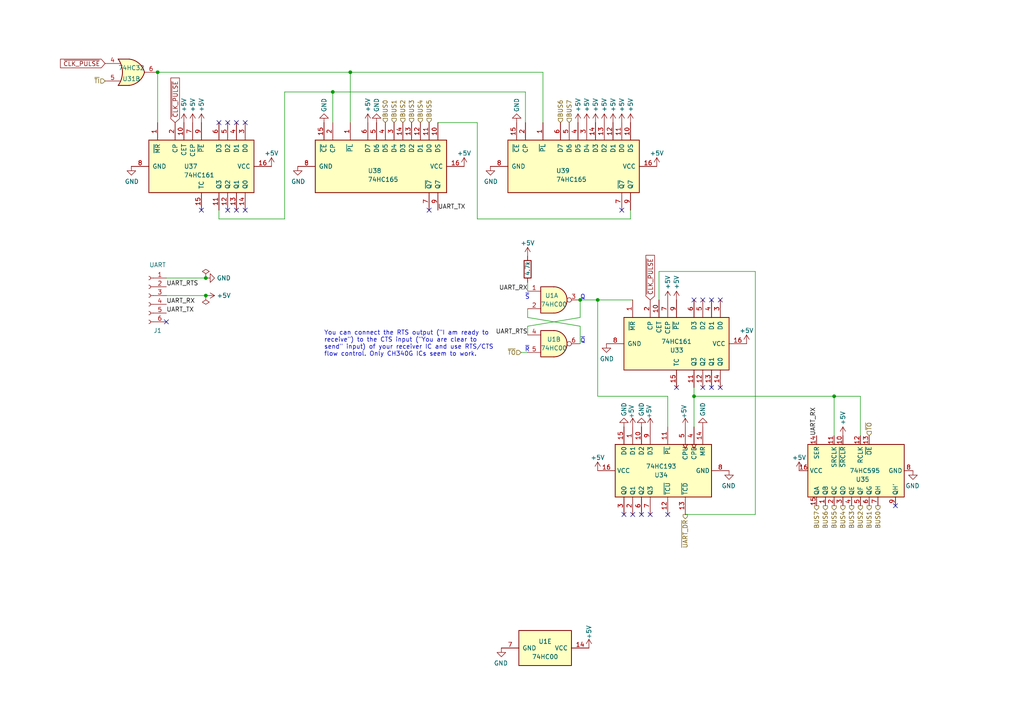
<source format=kicad_sch>
(kicad_sch (version 20211123) (generator eeschema)

  (uuid 1ab7bfbf-0b0d-4986-851e-0ecfe3961de9)

  (paper "A4")

  (title_block
    (title "UART Section")
    (date "2023-10-27")
    (rev "2.0")
    (comment 2 "creativecommons.org/licenses/by-nc-sa/4.0/")
    (comment 3 "This work is licensed under CC BY-NC-SA 4.0")
    (comment 4 "Author: Carsten Herting (slu4)")
  )

  (lib_symbols
    (symbol "74xx:74HC00" (pin_names (offset 1.016)) (in_bom yes) (on_board yes)
      (property "Reference" "U" (id 0) (at 0 1.27 0)
        (effects (font (size 1.27 1.27)))
      )
      (property "Value" "74HC00" (id 1) (at 0 -1.27 0)
        (effects (font (size 1.27 1.27)))
      )
      (property "Footprint" "" (id 2) (at 0 0 0)
        (effects (font (size 1.27 1.27)) hide)
      )
      (property "Datasheet" "http://www.ti.com/lit/gpn/sn74hc00" (id 3) (at 0 0 0)
        (effects (font (size 1.27 1.27)) hide)
      )
      (property "ki_locked" "" (id 4) (at 0 0 0)
        (effects (font (size 1.27 1.27)))
      )
      (property "ki_keywords" "HCMOS nand 2-input" (id 5) (at 0 0 0)
        (effects (font (size 1.27 1.27)) hide)
      )
      (property "ki_description" "quad 2-input NAND gate" (id 6) (at 0 0 0)
        (effects (font (size 1.27 1.27)) hide)
      )
      (property "ki_fp_filters" "DIP*W7.62mm* SO14*" (id 7) (at 0 0 0)
        (effects (font (size 1.27 1.27)) hide)
      )
      (symbol "74HC00_1_1"
        (arc (start 0 -3.81) (mid 3.81 0) (end 0 3.81)
          (stroke (width 0.254) (type default) (color 0 0 0 0))
          (fill (type background))
        )
        (polyline
          (pts
            (xy 0 3.81)
            (xy -3.81 3.81)
            (xy -3.81 -3.81)
            (xy 0 -3.81)
          )
          (stroke (width 0.254) (type default) (color 0 0 0 0))
          (fill (type background))
        )
        (pin input line (at -7.62 2.54 0) (length 3.81)
          (name "~" (effects (font (size 1.27 1.27))))
          (number "1" (effects (font (size 1.27 1.27))))
        )
        (pin input line (at -7.62 -2.54 0) (length 3.81)
          (name "~" (effects (font (size 1.27 1.27))))
          (number "2" (effects (font (size 1.27 1.27))))
        )
        (pin output inverted (at 7.62 0 180) (length 3.81)
          (name "~" (effects (font (size 1.27 1.27))))
          (number "3" (effects (font (size 1.27 1.27))))
        )
      )
      (symbol "74HC00_1_2"
        (arc (start -3.81 -3.81) (mid -2.589 0) (end -3.81 3.81)
          (stroke (width 0.254) (type default) (color 0 0 0 0))
          (fill (type none))
        )
        (arc (start -0.6096 -3.81) (mid 2.1842 -2.5851) (end 3.81 0)
          (stroke (width 0.254) (type default) (color 0 0 0 0))
          (fill (type background))
        )
        (polyline
          (pts
            (xy -3.81 -3.81)
            (xy -0.635 -3.81)
          )
          (stroke (width 0.254) (type default) (color 0 0 0 0))
          (fill (type background))
        )
        (polyline
          (pts
            (xy -3.81 3.81)
            (xy -0.635 3.81)
          )
          (stroke (width 0.254) (type default) (color 0 0 0 0))
          (fill (type background))
        )
        (polyline
          (pts
            (xy -0.635 3.81)
            (xy -3.81 3.81)
            (xy -3.81 3.81)
            (xy -3.556 3.4036)
            (xy -3.0226 2.2606)
            (xy -2.6924 1.0414)
            (xy -2.6162 -0.254)
            (xy -2.7686 -1.4986)
            (xy -3.175 -2.7178)
            (xy -3.81 -3.81)
            (xy -3.81 -3.81)
            (xy -0.635 -3.81)
          )
          (stroke (width -25.4) (type default) (color 0 0 0 0))
          (fill (type background))
        )
        (arc (start 3.81 0) (mid 2.1915 2.5936) (end -0.6096 3.81)
          (stroke (width 0.254) (type default) (color 0 0 0 0))
          (fill (type background))
        )
        (pin input inverted (at -7.62 2.54 0) (length 4.318)
          (name "~" (effects (font (size 1.27 1.27))))
          (number "1" (effects (font (size 1.27 1.27))))
        )
        (pin input inverted (at -7.62 -2.54 0) (length 4.318)
          (name "~" (effects (font (size 1.27 1.27))))
          (number "2" (effects (font (size 1.27 1.27))))
        )
        (pin output line (at 7.62 0 180) (length 3.81)
          (name "~" (effects (font (size 1.27 1.27))))
          (number "3" (effects (font (size 1.27 1.27))))
        )
      )
      (symbol "74HC00_2_1"
        (arc (start 0 -3.81) (mid 3.81 0) (end 0 3.81)
          (stroke (width 0.254) (type default) (color 0 0 0 0))
          (fill (type background))
        )
        (polyline
          (pts
            (xy 0 3.81)
            (xy -3.81 3.81)
            (xy -3.81 -3.81)
            (xy 0 -3.81)
          )
          (stroke (width 0.254) (type default) (color 0 0 0 0))
          (fill (type background))
        )
        (pin input line (at -7.62 2.54 0) (length 3.81)
          (name "~" (effects (font (size 1.27 1.27))))
          (number "4" (effects (font (size 1.27 1.27))))
        )
        (pin input line (at -7.62 -2.54 0) (length 3.81)
          (name "~" (effects (font (size 1.27 1.27))))
          (number "5" (effects (font (size 1.27 1.27))))
        )
        (pin output inverted (at 7.62 0 180) (length 3.81)
          (name "~" (effects (font (size 1.27 1.27))))
          (number "6" (effects (font (size 1.27 1.27))))
        )
      )
      (symbol "74HC00_2_2"
        (arc (start -3.81 -3.81) (mid -2.589 0) (end -3.81 3.81)
          (stroke (width 0.254) (type default) (color 0 0 0 0))
          (fill (type none))
        )
        (arc (start -0.6096 -3.81) (mid 2.1842 -2.5851) (end 3.81 0)
          (stroke (width 0.254) (type default) (color 0 0 0 0))
          (fill (type background))
        )
        (polyline
          (pts
            (xy -3.81 -3.81)
            (xy -0.635 -3.81)
          )
          (stroke (width 0.254) (type default) (color 0 0 0 0))
          (fill (type background))
        )
        (polyline
          (pts
            (xy -3.81 3.81)
            (xy -0.635 3.81)
          )
          (stroke (width 0.254) (type default) (color 0 0 0 0))
          (fill (type background))
        )
        (polyline
          (pts
            (xy -0.635 3.81)
            (xy -3.81 3.81)
            (xy -3.81 3.81)
            (xy -3.556 3.4036)
            (xy -3.0226 2.2606)
            (xy -2.6924 1.0414)
            (xy -2.6162 -0.254)
            (xy -2.7686 -1.4986)
            (xy -3.175 -2.7178)
            (xy -3.81 -3.81)
            (xy -3.81 -3.81)
            (xy -0.635 -3.81)
          )
          (stroke (width -25.4) (type default) (color 0 0 0 0))
          (fill (type background))
        )
        (arc (start 3.81 0) (mid 2.1915 2.5936) (end -0.6096 3.81)
          (stroke (width 0.254) (type default) (color 0 0 0 0))
          (fill (type background))
        )
        (pin input inverted (at -7.62 2.54 0) (length 4.318)
          (name "~" (effects (font (size 1.27 1.27))))
          (number "4" (effects (font (size 1.27 1.27))))
        )
        (pin input inverted (at -7.62 -2.54 0) (length 4.318)
          (name "~" (effects (font (size 1.27 1.27))))
          (number "5" (effects (font (size 1.27 1.27))))
        )
        (pin output line (at 7.62 0 180) (length 3.81)
          (name "~" (effects (font (size 1.27 1.27))))
          (number "6" (effects (font (size 1.27 1.27))))
        )
      )
      (symbol "74HC00_3_1"
        (arc (start 0 -3.81) (mid 3.81 0) (end 0 3.81)
          (stroke (width 0.254) (type default) (color 0 0 0 0))
          (fill (type background))
        )
        (polyline
          (pts
            (xy 0 3.81)
            (xy -3.81 3.81)
            (xy -3.81 -3.81)
            (xy 0 -3.81)
          )
          (stroke (width 0.254) (type default) (color 0 0 0 0))
          (fill (type background))
        )
        (pin input line (at -7.62 -2.54 0) (length 3.81)
          (name "~" (effects (font (size 1.27 1.27))))
          (number "10" (effects (font (size 1.27 1.27))))
        )
        (pin output inverted (at 7.62 0 180) (length 3.81)
          (name "~" (effects (font (size 1.27 1.27))))
          (number "8" (effects (font (size 1.27 1.27))))
        )
        (pin input line (at -7.62 2.54 0) (length 3.81)
          (name "~" (effects (font (size 1.27 1.27))))
          (number "9" (effects (font (size 1.27 1.27))))
        )
      )
      (symbol "74HC00_3_2"
        (arc (start -3.81 -3.81) (mid -2.589 0) (end -3.81 3.81)
          (stroke (width 0.254) (type default) (color 0 0 0 0))
          (fill (type none))
        )
        (arc (start -0.6096 -3.81) (mid 2.1842 -2.5851) (end 3.81 0)
          (stroke (width 0.254) (type default) (color 0 0 0 0))
          (fill (type background))
        )
        (polyline
          (pts
            (xy -3.81 -3.81)
            (xy -0.635 -3.81)
          )
          (stroke (width 0.254) (type default) (color 0 0 0 0))
          (fill (type background))
        )
        (polyline
          (pts
            (xy -3.81 3.81)
            (xy -0.635 3.81)
          )
          (stroke (width 0.254) (type default) (color 0 0 0 0))
          (fill (type background))
        )
        (polyline
          (pts
            (xy -0.635 3.81)
            (xy -3.81 3.81)
            (xy -3.81 3.81)
            (xy -3.556 3.4036)
            (xy -3.0226 2.2606)
            (xy -2.6924 1.0414)
            (xy -2.6162 -0.254)
            (xy -2.7686 -1.4986)
            (xy -3.175 -2.7178)
            (xy -3.81 -3.81)
            (xy -3.81 -3.81)
            (xy -0.635 -3.81)
          )
          (stroke (width -25.4) (type default) (color 0 0 0 0))
          (fill (type background))
        )
        (arc (start 3.81 0) (mid 2.1915 2.5936) (end -0.6096 3.81)
          (stroke (width 0.254) (type default) (color 0 0 0 0))
          (fill (type background))
        )
        (pin input inverted (at -7.62 -2.54 0) (length 4.318)
          (name "~" (effects (font (size 1.27 1.27))))
          (number "10" (effects (font (size 1.27 1.27))))
        )
        (pin output line (at 7.62 0 180) (length 3.81)
          (name "~" (effects (font (size 1.27 1.27))))
          (number "8" (effects (font (size 1.27 1.27))))
        )
        (pin input inverted (at -7.62 2.54 0) (length 4.318)
          (name "~" (effects (font (size 1.27 1.27))))
          (number "9" (effects (font (size 1.27 1.27))))
        )
      )
      (symbol "74HC00_4_1"
        (arc (start 0 -3.81) (mid 3.81 0) (end 0 3.81)
          (stroke (width 0.254) (type default) (color 0 0 0 0))
          (fill (type background))
        )
        (polyline
          (pts
            (xy 0 3.81)
            (xy -3.81 3.81)
            (xy -3.81 -3.81)
            (xy 0 -3.81)
          )
          (stroke (width 0.254) (type default) (color 0 0 0 0))
          (fill (type background))
        )
        (pin output inverted (at 7.62 0 180) (length 3.81)
          (name "~" (effects (font (size 1.27 1.27))))
          (number "11" (effects (font (size 1.27 1.27))))
        )
        (pin input line (at -7.62 2.54 0) (length 3.81)
          (name "~" (effects (font (size 1.27 1.27))))
          (number "12" (effects (font (size 1.27 1.27))))
        )
        (pin input line (at -7.62 -2.54 0) (length 3.81)
          (name "~" (effects (font (size 1.27 1.27))))
          (number "13" (effects (font (size 1.27 1.27))))
        )
      )
      (symbol "74HC00_4_2"
        (arc (start -3.81 -3.81) (mid -2.589 0) (end -3.81 3.81)
          (stroke (width 0.254) (type default) (color 0 0 0 0))
          (fill (type none))
        )
        (arc (start -0.6096 -3.81) (mid 2.1842 -2.5851) (end 3.81 0)
          (stroke (width 0.254) (type default) (color 0 0 0 0))
          (fill (type background))
        )
        (polyline
          (pts
            (xy -3.81 -3.81)
            (xy -0.635 -3.81)
          )
          (stroke (width 0.254) (type default) (color 0 0 0 0))
          (fill (type background))
        )
        (polyline
          (pts
            (xy -3.81 3.81)
            (xy -0.635 3.81)
          )
          (stroke (width 0.254) (type default) (color 0 0 0 0))
          (fill (type background))
        )
        (polyline
          (pts
            (xy -0.635 3.81)
            (xy -3.81 3.81)
            (xy -3.81 3.81)
            (xy -3.556 3.4036)
            (xy -3.0226 2.2606)
            (xy -2.6924 1.0414)
            (xy -2.6162 -0.254)
            (xy -2.7686 -1.4986)
            (xy -3.175 -2.7178)
            (xy -3.81 -3.81)
            (xy -3.81 -3.81)
            (xy -0.635 -3.81)
          )
          (stroke (width -25.4) (type default) (color 0 0 0 0))
          (fill (type background))
        )
        (arc (start 3.81 0) (mid 2.1915 2.5936) (end -0.6096 3.81)
          (stroke (width 0.254) (type default) (color 0 0 0 0))
          (fill (type background))
        )
        (pin output line (at 7.62 0 180) (length 3.81)
          (name "~" (effects (font (size 1.27 1.27))))
          (number "11" (effects (font (size 1.27 1.27))))
        )
        (pin input inverted (at -7.62 2.54 0) (length 4.318)
          (name "~" (effects (font (size 1.27 1.27))))
          (number "12" (effects (font (size 1.27 1.27))))
        )
        (pin input inverted (at -7.62 -2.54 0) (length 4.318)
          (name "~" (effects (font (size 1.27 1.27))))
          (number "13" (effects (font (size 1.27 1.27))))
        )
      )
      (symbol "74HC00_5_0"
        (pin power_in line (at 0 12.7 270) (length 5.08)
          (name "VCC" (effects (font (size 1.27 1.27))))
          (number "14" (effects (font (size 1.27 1.27))))
        )
        (pin power_in line (at 0 -12.7 90) (length 5.08)
          (name "GND" (effects (font (size 1.27 1.27))))
          (number "7" (effects (font (size 1.27 1.27))))
        )
      )
      (symbol "74HC00_5_1"
        (rectangle (start -5.08 7.62) (end 5.08 -7.62)
          (stroke (width 0.254) (type default) (color 0 0 0 0))
          (fill (type background))
        )
      )
    )
    (symbol "74xx:74HC595" (in_bom yes) (on_board yes)
      (property "Reference" "U" (id 0) (at -7.62 13.97 0)
        (effects (font (size 1.27 1.27)))
      )
      (property "Value" "74HC595" (id 1) (at -7.62 -16.51 0)
        (effects (font (size 1.27 1.27)))
      )
      (property "Footprint" "" (id 2) (at 0 0 0)
        (effects (font (size 1.27 1.27)) hide)
      )
      (property "Datasheet" "http://www.ti.com/lit/ds/symlink/sn74hc595.pdf" (id 3) (at 0 0 0)
        (effects (font (size 1.27 1.27)) hide)
      )
      (property "ki_keywords" "HCMOS SR 3State" (id 4) (at 0 0 0)
        (effects (font (size 1.27 1.27)) hide)
      )
      (property "ki_description" "8-bit serial in/out Shift Register 3-State Outputs" (id 5) (at 0 0 0)
        (effects (font (size 1.27 1.27)) hide)
      )
      (property "ki_fp_filters" "DIP*W7.62mm* SOIC*3.9x9.9mm*P1.27mm* TSSOP*4.4x5mm*P0.65mm* SOIC*5.3x10.2mm*P1.27mm* SOIC*7.5x10.3mm*P1.27mm*" (id 6) (at 0 0 0)
        (effects (font (size 1.27 1.27)) hide)
      )
      (symbol "74HC595_1_0"
        (pin tri_state line (at 10.16 7.62 180) (length 2.54)
          (name "QB" (effects (font (size 1.27 1.27))))
          (number "1" (effects (font (size 1.27 1.27))))
        )
        (pin input line (at -10.16 2.54 0) (length 2.54)
          (name "~{SRCLR}" (effects (font (size 1.27 1.27))))
          (number "10" (effects (font (size 1.27 1.27))))
        )
        (pin input line (at -10.16 5.08 0) (length 2.54)
          (name "SRCLK" (effects (font (size 1.27 1.27))))
          (number "11" (effects (font (size 1.27 1.27))))
        )
        (pin input line (at -10.16 -2.54 0) (length 2.54)
          (name "RCLK" (effects (font (size 1.27 1.27))))
          (number "12" (effects (font (size 1.27 1.27))))
        )
        (pin input line (at -10.16 -5.08 0) (length 2.54)
          (name "~{OE}" (effects (font (size 1.27 1.27))))
          (number "13" (effects (font (size 1.27 1.27))))
        )
        (pin input line (at -10.16 10.16 0) (length 2.54)
          (name "SER" (effects (font (size 1.27 1.27))))
          (number "14" (effects (font (size 1.27 1.27))))
        )
        (pin tri_state line (at 10.16 10.16 180) (length 2.54)
          (name "QA" (effects (font (size 1.27 1.27))))
          (number "15" (effects (font (size 1.27 1.27))))
        )
        (pin power_in line (at 0 15.24 270) (length 2.54)
          (name "VCC" (effects (font (size 1.27 1.27))))
          (number "16" (effects (font (size 1.27 1.27))))
        )
        (pin tri_state line (at 10.16 5.08 180) (length 2.54)
          (name "QC" (effects (font (size 1.27 1.27))))
          (number "2" (effects (font (size 1.27 1.27))))
        )
        (pin tri_state line (at 10.16 2.54 180) (length 2.54)
          (name "QD" (effects (font (size 1.27 1.27))))
          (number "3" (effects (font (size 1.27 1.27))))
        )
        (pin tri_state line (at 10.16 0 180) (length 2.54)
          (name "QE" (effects (font (size 1.27 1.27))))
          (number "4" (effects (font (size 1.27 1.27))))
        )
        (pin tri_state line (at 10.16 -2.54 180) (length 2.54)
          (name "QF" (effects (font (size 1.27 1.27))))
          (number "5" (effects (font (size 1.27 1.27))))
        )
        (pin tri_state line (at 10.16 -5.08 180) (length 2.54)
          (name "QG" (effects (font (size 1.27 1.27))))
          (number "6" (effects (font (size 1.27 1.27))))
        )
        (pin tri_state line (at 10.16 -7.62 180) (length 2.54)
          (name "QH" (effects (font (size 1.27 1.27))))
          (number "7" (effects (font (size 1.27 1.27))))
        )
        (pin power_in line (at 0 -17.78 90) (length 2.54)
          (name "GND" (effects (font (size 1.27 1.27))))
          (number "8" (effects (font (size 1.27 1.27))))
        )
        (pin output line (at 10.16 -12.7 180) (length 2.54)
          (name "QH'" (effects (font (size 1.27 1.27))))
          (number "9" (effects (font (size 1.27 1.27))))
        )
      )
      (symbol "74HC595_1_1"
        (rectangle (start -7.62 12.7) (end 7.62 -15.24)
          (stroke (width 0.254) (type default) (color 0 0 0 0))
          (fill (type background))
        )
      )
    )
    (symbol "8-Bit CPU 32k-cache:74HC00" (pin_names (offset 1.016)) (in_bom yes) (on_board yes)
      (property "Reference" "U" (id 0) (at 0 1.27 0)
        (effects (font (size 1.27 1.27)))
      )
      (property "Value" "74HC00" (id 1) (at 0 -1.27 0)
        (effects (font (size 1.27 1.27)))
      )
      (property "Footprint" "" (id 2) (at 0 0 0)
        (effects (font (size 1.27 1.27)) hide)
      )
      (property "Datasheet" "" (id 3) (at 0 0 0)
        (effects (font (size 1.27 1.27)) hide)
      )
      (property "ki_locked" "" (id 4) (at 0 0 0)
        (effects (font (size 1.27 1.27)))
      )
      (property "ki_fp_filters" "DIP*W7.62mm* SO14*" (id 5) (at 0 0 0)
        (effects (font (size 1.27 1.27)) hide)
      )
      (symbol "74HC00_1_1"
        (arc (start 0 -3.81) (mid 3.81 0) (end 0 3.81)
          (stroke (width 0.254) (type default) (color 0 0 0 0))
          (fill (type background))
        )
        (polyline
          (pts
            (xy 0 3.81)
            (xy -3.81 3.81)
            (xy -3.81 -3.81)
            (xy 0 -3.81)
          )
          (stroke (width 0.254) (type default) (color 0 0 0 0))
          (fill (type background))
        )
        (pin input line (at -7.62 2.54 0) (length 3.81)
          (name "~" (effects (font (size 1.27 1.27))))
          (number "1" (effects (font (size 1.27 1.27))))
        )
        (pin input line (at -7.62 -2.54 0) (length 3.81)
          (name "~" (effects (font (size 1.27 1.27))))
          (number "2" (effects (font (size 1.27 1.27))))
        )
        (pin output inverted (at 7.62 0 180) (length 3.81)
          (name "~" (effects (font (size 1.27 1.27))))
          (number "3" (effects (font (size 1.27 1.27))))
        )
      )
      (symbol "74HC00_1_2"
        (arc (start -3.81 -3.81) (mid -2.589 0) (end -3.81 3.81)
          (stroke (width 0.254) (type default) (color 0 0 0 0))
          (fill (type none))
        )
        (arc (start -0.6096 -3.81) (mid 2.1842 -2.5851) (end 3.81 0)
          (stroke (width 0.254) (type default) (color 0 0 0 0))
          (fill (type background))
        )
        (polyline
          (pts
            (xy -3.81 -3.81)
            (xy -0.635 -3.81)
          )
          (stroke (width 0.254) (type default) (color 0 0 0 0))
          (fill (type background))
        )
        (polyline
          (pts
            (xy -3.81 3.81)
            (xy -0.635 3.81)
          )
          (stroke (width 0.254) (type default) (color 0 0 0 0))
          (fill (type background))
        )
        (polyline
          (pts
            (xy -0.635 3.81)
            (xy -3.81 3.81)
            (xy -3.81 3.81)
            (xy -3.556 3.4036)
            (xy -3.0226 2.2606)
            (xy -2.6924 1.0414)
            (xy -2.6162 -0.254)
            (xy -2.7686 -1.4986)
            (xy -3.175 -2.7178)
            (xy -3.81 -3.81)
            (xy -3.81 -3.81)
            (xy -0.635 -3.81)
          )
          (stroke (width -25.4) (type default) (color 0 0 0 0))
          (fill (type background))
        )
        (arc (start 3.81 0) (mid 2.1915 2.5936) (end -0.6096 3.81)
          (stroke (width 0.254) (type default) (color 0 0 0 0))
          (fill (type background))
        )
        (pin input inverted (at -7.62 2.54 0) (length 4.318)
          (name "~" (effects (font (size 1.27 1.27))))
          (number "1" (effects (font (size 1.27 1.27))))
        )
        (pin input inverted (at -7.62 -2.54 0) (length 4.318)
          (name "~" (effects (font (size 1.27 1.27))))
          (number "2" (effects (font (size 1.27 1.27))))
        )
        (pin output line (at 7.62 0 180) (length 3.81)
          (name "~" (effects (font (size 1.27 1.27))))
          (number "3" (effects (font (size 1.27 1.27))))
        )
      )
      (symbol "74HC00_2_1"
        (arc (start 0 -3.81) (mid 3.81 0) (end 0 3.81)
          (stroke (width 0.254) (type default) (color 0 0 0 0))
          (fill (type background))
        )
        (polyline
          (pts
            (xy 0 3.81)
            (xy -3.81 3.81)
            (xy -3.81 -3.81)
            (xy 0 -3.81)
          )
          (stroke (width 0.254) (type default) (color 0 0 0 0))
          (fill (type background))
        )
        (pin input line (at -7.62 2.54 0) (length 3.81)
          (name "~" (effects (font (size 1.27 1.27))))
          (number "4" (effects (font (size 1.27 1.27))))
        )
        (pin input line (at -7.62 -2.54 0) (length 3.81)
          (name "~" (effects (font (size 1.27 1.27))))
          (number "5" (effects (font (size 1.27 1.27))))
        )
        (pin output inverted (at 7.62 0 180) (length 3.81)
          (name "~" (effects (font (size 1.27 1.27))))
          (number "6" (effects (font (size 1.27 1.27))))
        )
      )
      (symbol "74HC00_2_2"
        (arc (start -3.81 -3.81) (mid -2.589 0) (end -3.81 3.81)
          (stroke (width 0.254) (type default) (color 0 0 0 0))
          (fill (type none))
        )
        (arc (start -0.6096 -3.81) (mid 2.1842 -2.5851) (end 3.81 0)
          (stroke (width 0.254) (type default) (color 0 0 0 0))
          (fill (type background))
        )
        (polyline
          (pts
            (xy -3.81 -3.81)
            (xy -0.635 -3.81)
          )
          (stroke (width 0.254) (type default) (color 0 0 0 0))
          (fill (type background))
        )
        (polyline
          (pts
            (xy -3.81 3.81)
            (xy -0.635 3.81)
          )
          (stroke (width 0.254) (type default) (color 0 0 0 0))
          (fill (type background))
        )
        (polyline
          (pts
            (xy -0.635 3.81)
            (xy -3.81 3.81)
            (xy -3.81 3.81)
            (xy -3.556 3.4036)
            (xy -3.0226 2.2606)
            (xy -2.6924 1.0414)
            (xy -2.6162 -0.254)
            (xy -2.7686 -1.4986)
            (xy -3.175 -2.7178)
            (xy -3.81 -3.81)
            (xy -3.81 -3.81)
            (xy -0.635 -3.81)
          )
          (stroke (width -25.4) (type default) (color 0 0 0 0))
          (fill (type background))
        )
        (arc (start 3.81 0) (mid 2.1915 2.5936) (end -0.6096 3.81)
          (stroke (width 0.254) (type default) (color 0 0 0 0))
          (fill (type background))
        )
        (pin input inverted (at -7.62 2.54 0) (length 4.318)
          (name "~" (effects (font (size 1.27 1.27))))
          (number "4" (effects (font (size 1.27 1.27))))
        )
        (pin input inverted (at -7.62 -2.54 0) (length 4.318)
          (name "~" (effects (font (size 1.27 1.27))))
          (number "5" (effects (font (size 1.27 1.27))))
        )
        (pin output line (at 7.62 0 180) (length 3.81)
          (name "~" (effects (font (size 1.27 1.27))))
          (number "6" (effects (font (size 1.27 1.27))))
        )
      )
      (symbol "74HC00_3_1"
        (arc (start 0 -3.81) (mid 3.81 0) (end 0 3.81)
          (stroke (width 0.254) (type default) (color 0 0 0 0))
          (fill (type background))
        )
        (polyline
          (pts
            (xy 0 3.81)
            (xy -3.81 3.81)
            (xy -3.81 -3.81)
            (xy 0 -3.81)
          )
          (stroke (width 0.254) (type default) (color 0 0 0 0))
          (fill (type background))
        )
        (pin input line (at -7.62 -2.54 0) (length 3.81)
          (name "~" (effects (font (size 1.27 1.27))))
          (number "10" (effects (font (size 1.27 1.27))))
        )
        (pin output inverted (at 7.62 0 180) (length 3.81)
          (name "~" (effects (font (size 1.27 1.27))))
          (number "8" (effects (font (size 1.27 1.27))))
        )
        (pin input line (at -7.62 2.54 0) (length 3.81)
          (name "~" (effects (font (size 1.27 1.27))))
          (number "9" (effects (font (size 1.27 1.27))))
        )
      )
      (symbol "74HC00_3_2"
        (arc (start -3.81 -3.81) (mid -2.589 0) (end -3.81 3.81)
          (stroke (width 0.254) (type default) (color 0 0 0 0))
          (fill (type none))
        )
        (arc (start -0.6096 -3.81) (mid 2.1842 -2.5851) (end 3.81 0)
          (stroke (width 0.254) (type default) (color 0 0 0 0))
          (fill (type background))
        )
        (polyline
          (pts
            (xy -3.81 -3.81)
            (xy -0.635 -3.81)
          )
          (stroke (width 0.254) (type default) (color 0 0 0 0))
          (fill (type background))
        )
        (polyline
          (pts
            (xy -3.81 3.81)
            (xy -0.635 3.81)
          )
          (stroke (width 0.254) (type default) (color 0 0 0 0))
          (fill (type background))
        )
        (polyline
          (pts
            (xy -0.635 3.81)
            (xy -3.81 3.81)
            (xy -3.81 3.81)
            (xy -3.556 3.4036)
            (xy -3.0226 2.2606)
            (xy -2.6924 1.0414)
            (xy -2.6162 -0.254)
            (xy -2.7686 -1.4986)
            (xy -3.175 -2.7178)
            (xy -3.81 -3.81)
            (xy -3.81 -3.81)
            (xy -0.635 -3.81)
          )
          (stroke (width -25.4) (type default) (color 0 0 0 0))
          (fill (type background))
        )
        (arc (start 3.81 0) (mid 2.1915 2.5936) (end -0.6096 3.81)
          (stroke (width 0.254) (type default) (color 0 0 0 0))
          (fill (type background))
        )
        (pin input inverted (at -7.62 -2.54 0) (length 4.318)
          (name "~" (effects (font (size 1.27 1.27))))
          (number "10" (effects (font (size 1.27 1.27))))
        )
        (pin output line (at 7.62 0 180) (length 3.81)
          (name "~" (effects (font (size 1.27 1.27))))
          (number "8" (effects (font (size 1.27 1.27))))
        )
        (pin input inverted (at -7.62 2.54 0) (length 4.318)
          (name "~" (effects (font (size 1.27 1.27))))
          (number "9" (effects (font (size 1.27 1.27))))
        )
      )
      (symbol "74HC00_4_1"
        (arc (start 0 -3.81) (mid 3.81 0) (end 0 3.81)
          (stroke (width 0.254) (type default) (color 0 0 0 0))
          (fill (type background))
        )
        (polyline
          (pts
            (xy 0 3.81)
            (xy -3.81 3.81)
            (xy -3.81 -3.81)
            (xy 0 -3.81)
          )
          (stroke (width 0.254) (type default) (color 0 0 0 0))
          (fill (type background))
        )
        (pin output inverted (at 7.62 0 180) (length 3.81)
          (name "~" (effects (font (size 1.27 1.27))))
          (number "11" (effects (font (size 1.27 1.27))))
        )
        (pin input line (at -7.62 2.54 0) (length 3.81)
          (name "~" (effects (font (size 1.27 1.27))))
          (number "12" (effects (font (size 1.27 1.27))))
        )
        (pin input line (at -7.62 -2.54 0) (length 3.81)
          (name "~" (effects (font (size 1.27 1.27))))
          (number "13" (effects (font (size 1.27 1.27))))
        )
      )
      (symbol "74HC00_4_2"
        (arc (start -3.81 -3.81) (mid -2.589 0) (end -3.81 3.81)
          (stroke (width 0.254) (type default) (color 0 0 0 0))
          (fill (type none))
        )
        (arc (start -0.6096 -3.81) (mid 2.1842 -2.5851) (end 3.81 0)
          (stroke (width 0.254) (type default) (color 0 0 0 0))
          (fill (type background))
        )
        (polyline
          (pts
            (xy -3.81 -3.81)
            (xy -0.635 -3.81)
          )
          (stroke (width 0.254) (type default) (color 0 0 0 0))
          (fill (type background))
        )
        (polyline
          (pts
            (xy -3.81 3.81)
            (xy -0.635 3.81)
          )
          (stroke (width 0.254) (type default) (color 0 0 0 0))
          (fill (type background))
        )
        (polyline
          (pts
            (xy -0.635 3.81)
            (xy -3.81 3.81)
            (xy -3.81 3.81)
            (xy -3.556 3.4036)
            (xy -3.0226 2.2606)
            (xy -2.6924 1.0414)
            (xy -2.6162 -0.254)
            (xy -2.7686 -1.4986)
            (xy -3.175 -2.7178)
            (xy -3.81 -3.81)
            (xy -3.81 -3.81)
            (xy -0.635 -3.81)
          )
          (stroke (width -25.4) (type default) (color 0 0 0 0))
          (fill (type background))
        )
        (arc (start 3.81 0) (mid 2.1915 2.5936) (end -0.6096 3.81)
          (stroke (width 0.254) (type default) (color 0 0 0 0))
          (fill (type background))
        )
        (pin output line (at 7.62 0 180) (length 3.81)
          (name "~" (effects (font (size 1.27 1.27))))
          (number "11" (effects (font (size 1.27 1.27))))
        )
        (pin input inverted (at -7.62 2.54 0) (length 4.318)
          (name "~" (effects (font (size 1.27 1.27))))
          (number "12" (effects (font (size 1.27 1.27))))
        )
        (pin input inverted (at -7.62 -2.54 0) (length 4.318)
          (name "~" (effects (font (size 1.27 1.27))))
          (number "13" (effects (font (size 1.27 1.27))))
        )
      )
      (symbol "74HC00_5_0"
        (pin power_in line (at 0 12.7 270) (length 5.08)
          (name "VCC" (effects (font (size 1.27 1.27))))
          (number "14" (effects (font (size 1.27 1.27))))
        )
        (pin power_in line (at 0 -12.7 90) (length 5.08)
          (name "GND" (effects (font (size 1.27 1.27))))
          (number "7" (effects (font (size 1.27 1.27))))
        )
      )
      (symbol "74HC00_5_1"
        (rectangle (start -5.08 7.62) (end 5.08 -7.62)
          (stroke (width 0.254) (type default) (color 0 0 0 0))
          (fill (type background))
        )
      )
    )
    (symbol "8-Bit CPU 32k:74HC161" (pin_names (offset 1.016)) (in_bom yes) (on_board yes)
      (property "Reference" "U" (id 0) (at -7.62 16.51 0)
        (effects (font (size 1.27 1.27)))
      )
      (property "Value" "74HC161" (id 1) (at -7.62 -16.51 0)
        (effects (font (size 1.27 1.27)))
      )
      (property "Footprint" "" (id 2) (at 0 0 0)
        (effects (font (size 1.27 1.27)) hide)
      )
      (property "Datasheet" "http://www.ti.com/lit/gpn/sn74LS161" (id 3) (at 0 0 0)
        (effects (font (size 1.27 1.27)) hide)
      )
      (property "ki_locked" "" (id 4) (at 0 0 0)
        (effects (font (size 1.27 1.27)))
      )
      (property "ki_keywords" "TTL CNT CNT4" (id 5) (at 0 0 0)
        (effects (font (size 1.27 1.27)) hide)
      )
      (property "ki_description" "Synchronous 4-bit programmable binary Counter" (id 6) (at 0 0 0)
        (effects (font (size 1.27 1.27)) hide)
      )
      (property "ki_fp_filters" "DIP?16*" (id 7) (at 0 0 0)
        (effects (font (size 1.27 1.27)) hide)
      )
      (symbol "74HC161_1_0"
        (pin input line (at -12.7 -12.7 0) (length 5.08)
          (name "~{MR}" (effects (font (size 1.27 1.27))))
          (number "1" (effects (font (size 1.27 1.27))))
        )
        (pin input line (at -12.7 -5.08 0) (length 5.08)
          (name "CET" (effects (font (size 1.27 1.27))))
          (number "10" (effects (font (size 1.27 1.27))))
        )
        (pin output line (at 12.7 5.08 180) (length 5.08)
          (name "Q3" (effects (font (size 1.27 1.27))))
          (number "11" (effects (font (size 1.27 1.27))))
        )
        (pin output line (at 12.7 7.62 180) (length 5.08)
          (name "Q2" (effects (font (size 1.27 1.27))))
          (number "12" (effects (font (size 1.27 1.27))))
        )
        (pin output line (at 12.7 10.16 180) (length 5.08)
          (name "Q1" (effects (font (size 1.27 1.27))))
          (number "13" (effects (font (size 1.27 1.27))))
        )
        (pin output line (at 12.7 12.7 180) (length 5.08)
          (name "Q0" (effects (font (size 1.27 1.27))))
          (number "14" (effects (font (size 1.27 1.27))))
        )
        (pin output line (at 12.7 0 180) (length 5.08)
          (name "TC" (effects (font (size 1.27 1.27))))
          (number "15" (effects (font (size 1.27 1.27))))
        )
        (pin power_in line (at 0 20.32 270) (length 5.08)
          (name "VCC" (effects (font (size 1.27 1.27))))
          (number "16" (effects (font (size 1.27 1.27))))
        )
        (pin input line (at -12.7 -7.62 0) (length 5.08)
          (name "CP" (effects (font (size 1.27 1.27))))
          (number "2" (effects (font (size 1.27 1.27))))
        )
        (pin input line (at -12.7 12.7 0) (length 5.08)
          (name "D0" (effects (font (size 1.27 1.27))))
          (number "3" (effects (font (size 1.27 1.27))))
        )
        (pin input line (at -12.7 10.16 0) (length 5.08)
          (name "D1" (effects (font (size 1.27 1.27))))
          (number "4" (effects (font (size 1.27 1.27))))
        )
        (pin input line (at -12.7 7.62 0) (length 5.08)
          (name "D2" (effects (font (size 1.27 1.27))))
          (number "5" (effects (font (size 1.27 1.27))))
        )
        (pin input line (at -12.7 5.08 0) (length 5.08)
          (name "D3" (effects (font (size 1.27 1.27))))
          (number "6" (effects (font (size 1.27 1.27))))
        )
        (pin input line (at -12.7 -2.54 0) (length 5.08)
          (name "CEP" (effects (font (size 1.27 1.27))))
          (number "7" (effects (font (size 1.27 1.27))))
        )
        (pin power_in line (at 0 -20.32 90) (length 5.08)
          (name "GND" (effects (font (size 1.27 1.27))))
          (number "8" (effects (font (size 1.27 1.27))))
        )
        (pin input line (at -12.7 0 0) (length 5.08)
          (name "~{PE}" (effects (font (size 1.27 1.27))))
          (number "9" (effects (font (size 1.27 1.27))))
        )
      )
      (symbol "74HC161_1_1"
        (rectangle (start -7.62 15.24) (end 7.62 -15.24)
          (stroke (width 0.254) (type default) (color 0 0 0 0))
          (fill (type background))
        )
      )
    )
    (symbol "8-Bit CPU 32k:74HC165" (pin_names (offset 1.016)) (in_bom yes) (on_board yes)
      (property "Reference" "U" (id 0) (at -7.62 19.05 0)
        (effects (font (size 1.27 1.27)))
      )
      (property "Value" "74HC165" (id 1) (at -7.62 -21.59 0)
        (effects (font (size 1.27 1.27)))
      )
      (property "Footprint" "" (id 2) (at 0 0 0)
        (effects (font (size 1.27 1.27)) hide)
      )
      (property "Datasheet" "http://www.ti.com/lit/gpn/sn74LS165" (id 3) (at 0 0 0)
        (effects (font (size 1.27 1.27)) hide)
      )
      (property "ki_locked" "" (id 4) (at 0 0 0)
        (effects (font (size 1.27 1.27)))
      )
      (property "ki_keywords" "TTL SR SR8" (id 5) (at 0 0 0)
        (effects (font (size 1.27 1.27)) hide)
      )
      (property "ki_description" "Shift Register 8-bit, parallel load" (id 6) (at 0 0 0)
        (effects (font (size 1.27 1.27)) hide)
      )
      (property "ki_fp_filters" "DIP?16*" (id 7) (at 0 0 0)
        (effects (font (size 1.27 1.27)) hide)
      )
      (symbol "74HC165_1_0"
        (pin input line (at -12.7 -10.16 0) (length 5.08)
          (name "~{PL}" (effects (font (size 1.27 1.27))))
          (number "1" (effects (font (size 1.27 1.27))))
        )
        (pin input line (at -12.7 15.24 0) (length 5.08)
          (name "DS" (effects (font (size 1.27 1.27))))
          (number "10" (effects (font (size 1.27 1.27))))
        )
        (pin input line (at -12.7 12.7 0) (length 5.08)
          (name "D0" (effects (font (size 1.27 1.27))))
          (number "11" (effects (font (size 1.27 1.27))))
        )
        (pin input line (at -12.7 10.16 0) (length 5.08)
          (name "D1" (effects (font (size 1.27 1.27))))
          (number "12" (effects (font (size 1.27 1.27))))
        )
        (pin input line (at -12.7 7.62 0) (length 5.08)
          (name "D2" (effects (font (size 1.27 1.27))))
          (number "13" (effects (font (size 1.27 1.27))))
        )
        (pin input line (at -12.7 5.08 0) (length 5.08)
          (name "D3" (effects (font (size 1.27 1.27))))
          (number "14" (effects (font (size 1.27 1.27))))
        )
        (pin input line (at -12.7 -17.78 0) (length 5.08)
          (name "~{CE}" (effects (font (size 1.27 1.27))))
          (number "15" (effects (font (size 1.27 1.27))))
        )
        (pin power_in line (at 0 22.86 270) (length 5.08)
          (name "VCC" (effects (font (size 1.27 1.27))))
          (number "16" (effects (font (size 1.27 1.27))))
        )
        (pin input line (at -12.7 -15.24 0) (length 5.08)
          (name "CP" (effects (font (size 1.27 1.27))))
          (number "2" (effects (font (size 1.27 1.27))))
        )
        (pin input line (at -12.7 2.54 0) (length 5.08)
          (name "D4" (effects (font (size 1.27 1.27))))
          (number "3" (effects (font (size 1.27 1.27))))
        )
        (pin input line (at -12.7 0 0) (length 5.08)
          (name "D5" (effects (font (size 1.27 1.27))))
          (number "4" (effects (font (size 1.27 1.27))))
        )
        (pin input line (at -12.7 -2.54 0) (length 5.08)
          (name "D6" (effects (font (size 1.27 1.27))))
          (number "5" (effects (font (size 1.27 1.27))))
        )
        (pin input line (at -12.7 -5.08 0) (length 5.08)
          (name "D7" (effects (font (size 1.27 1.27))))
          (number "6" (effects (font (size 1.27 1.27))))
        )
        (pin output line (at 12.7 12.7 180) (length 5.08)
          (name "~{Q7}" (effects (font (size 1.27 1.27))))
          (number "7" (effects (font (size 1.27 1.27))))
        )
        (pin power_in line (at 0 -25.4 90) (length 5.08)
          (name "GND" (effects (font (size 1.27 1.27))))
          (number "8" (effects (font (size 1.27 1.27))))
        )
        (pin output line (at 12.7 15.24 180) (length 5.08)
          (name "Q7" (effects (font (size 1.27 1.27))))
          (number "9" (effects (font (size 1.27 1.27))))
        )
      )
      (symbol "74HC165_1_1"
        (rectangle (start -7.62 17.78) (end 7.62 -20.32)
          (stroke (width 0.254) (type default) (color 0 0 0 0))
          (fill (type background))
        )
      )
    )
    (symbol "8-Bit CPU 32k:74HC193" (in_bom yes) (on_board yes)
      (property "Reference" "U" (id 0) (at -7.62 13.97 0)
        (effects (font (size 1.27 1.27)))
      )
      (property "Value" "74HC193" (id 1) (at 5.08 13.97 0)
        (effects (font (size 1.27 1.27)))
      )
      (property "Footprint" "" (id 2) (at 0 0 0)
        (effects (font (size 1.27 1.27)) hide)
      )
      (property "Datasheet" "http://www.ti.com/lit/ds/symlink/sn74ls193.pdf" (id 3) (at 0 0 0)
        (effects (font (size 1.27 1.27)) hide)
      )
      (property "ki_keywords" "TTL CNT CNT4" (id 4) (at 0 0 0)
        (effects (font (size 1.27 1.27)) hide)
      )
      (property "ki_description" "Synchronous 4-bit Up/Down (2 clk) counter" (id 5) (at 0 0 0)
        (effects (font (size 1.27 1.27)) hide)
      )
      (property "ki_fp_filters" "SOIC*3.9x9.9mm*P1.27mm* DIP*W7.62mm*" (id 6) (at 0 0 0)
        (effects (font (size 1.27 1.27)) hide)
      )
      (symbol "74HC193_1_0"
        (pin input line (at -12.7 7.62 0) (length 5.08)
          (name "D1" (effects (font (size 1.27 1.27))))
          (number "1" (effects (font (size 1.27 1.27))))
        )
        (pin input line (at -12.7 5.08 0) (length 5.08)
          (name "D2" (effects (font (size 1.27 1.27))))
          (number "10" (effects (font (size 1.27 1.27))))
        )
        (pin input line (at -12.7 -2.54 0) (length 5.08)
          (name "~{PL}" (effects (font (size 1.27 1.27))))
          (number "11" (effects (font (size 1.27 1.27))))
        )
        (pin output line (at 12.7 -2.54 180) (length 5.08)
          (name "~{TCU}" (effects (font (size 1.27 1.27))))
          (number "12" (effects (font (size 1.27 1.27))))
        )
        (pin output line (at 12.7 -7.62 180) (length 5.08)
          (name "~{TCD}" (effects (font (size 1.27 1.27))))
          (number "13" (effects (font (size 1.27 1.27))))
        )
        (pin input line (at -12.7 -12.7 0) (length 5.08)
          (name "MR" (effects (font (size 1.27 1.27))))
          (number "14" (effects (font (size 1.27 1.27))))
        )
        (pin input line (at -12.7 10.16 0) (length 5.08)
          (name "D0" (effects (font (size 1.27 1.27))))
          (number "15" (effects (font (size 1.27 1.27))))
        )
        (pin power_in line (at 0 17.78 270) (length 5.08)
          (name "VCC" (effects (font (size 1.27 1.27))))
          (number "16" (effects (font (size 1.27 1.27))))
        )
        (pin output line (at 12.7 7.62 180) (length 5.08)
          (name "Q1" (effects (font (size 1.27 1.27))))
          (number "2" (effects (font (size 1.27 1.27))))
        )
        (pin output line (at 12.7 10.16 180) (length 5.08)
          (name "Q0" (effects (font (size 1.27 1.27))))
          (number "3" (effects (font (size 1.27 1.27))))
        )
        (pin input clock (at -12.7 -10.16 0) (length 5.08)
          (name "CPD" (effects (font (size 1.27 1.27))))
          (number "4" (effects (font (size 1.27 1.27))))
        )
        (pin input clock (at -12.7 -7.62 0) (length 5.08)
          (name "CPU" (effects (font (size 1.27 1.27))))
          (number "5" (effects (font (size 1.27 1.27))))
        )
        (pin output line (at 12.7 5.08 180) (length 5.08)
          (name "Q2" (effects (font (size 1.27 1.27))))
          (number "6" (effects (font (size 1.27 1.27))))
        )
        (pin output line (at 12.7 2.54 180) (length 5.08)
          (name "Q3" (effects (font (size 1.27 1.27))))
          (number "7" (effects (font (size 1.27 1.27))))
        )
        (pin power_in line (at 0 -20.32 90) (length 5.08)
          (name "GND" (effects (font (size 1.27 1.27))))
          (number "8" (effects (font (size 1.27 1.27))))
        )
        (pin input line (at -12.7 2.54 0) (length 5.08)
          (name "D3" (effects (font (size 1.27 1.27))))
          (number "9" (effects (font (size 1.27 1.27))))
        )
      )
      (symbol "74HC193_1_1"
        (rectangle (start -7.62 12.7) (end 7.62 -15.24)
          (stroke (width 0.254) (type default) (color 0 0 0 0))
          (fill (type background))
        )
      )
    )
    (symbol "8-Bit CPU 32k:74HC32" (pin_names (offset 1.016)) (in_bom yes) (on_board yes)
      (property "Reference" "U" (id 0) (at 0 1.27 0)
        (effects (font (size 1.27 1.27)))
      )
      (property "Value" "74HC32" (id 1) (at 0 -1.27 0)
        (effects (font (size 1.27 1.27)))
      )
      (property "Footprint" "" (id 2) (at 0 0 0)
        (effects (font (size 1.27 1.27)) hide)
      )
      (property "Datasheet" "http://www.ti.com/lit/gpn/sn74LS32" (id 3) (at 0 0 0)
        (effects (font (size 1.27 1.27)) hide)
      )
      (property "ki_locked" "" (id 4) (at 0 0 0)
        (effects (font (size 1.27 1.27)))
      )
      (property "ki_keywords" "TTL Or2" (id 5) (at 0 0 0)
        (effects (font (size 1.27 1.27)) hide)
      )
      (property "ki_description" "Quad 2-input OR" (id 6) (at 0 0 0)
        (effects (font (size 1.27 1.27)) hide)
      )
      (property "ki_fp_filters" "DIP?14*" (id 7) (at 0 0 0)
        (effects (font (size 1.27 1.27)) hide)
      )
      (symbol "74HC32_1_1"
        (arc (start -3.81 -3.81) (mid -2.589 0) (end -3.81 3.81)
          (stroke (width 0.254) (type default) (color 0 0 0 0))
          (fill (type none))
        )
        (arc (start -0.6096 -3.81) (mid 2.1842 -2.5851) (end 3.81 0)
          (stroke (width 0.254) (type default) (color 0 0 0 0))
          (fill (type background))
        )
        (polyline
          (pts
            (xy -3.81 -3.81)
            (xy -0.635 -3.81)
          )
          (stroke (width 0.254) (type default) (color 0 0 0 0))
          (fill (type background))
        )
        (polyline
          (pts
            (xy -3.81 3.81)
            (xy -0.635 3.81)
          )
          (stroke (width 0.254) (type default) (color 0 0 0 0))
          (fill (type background))
        )
        (polyline
          (pts
            (xy -0.635 3.81)
            (xy -3.81 3.81)
            (xy -3.81 3.81)
            (xy -3.556 3.4036)
            (xy -3.0226 2.2606)
            (xy -2.6924 1.0414)
            (xy -2.6162 -0.254)
            (xy -2.7686 -1.4986)
            (xy -3.175 -2.7178)
            (xy -3.81 -3.81)
            (xy -3.81 -3.81)
            (xy -0.635 -3.81)
          )
          (stroke (width -25.4) (type default) (color 0 0 0 0))
          (fill (type background))
        )
        (arc (start 3.81 0) (mid 2.1915 2.5936) (end -0.6096 3.81)
          (stroke (width 0.254) (type default) (color 0 0 0 0))
          (fill (type background))
        )
        (pin input line (at -7.62 2.54 0) (length 4.318)
          (name "~" (effects (font (size 1.27 1.27))))
          (number "1" (effects (font (size 1.27 1.27))))
        )
        (pin input line (at -7.62 -2.54 0) (length 4.318)
          (name "~" (effects (font (size 1.27 1.27))))
          (number "2" (effects (font (size 1.27 1.27))))
        )
        (pin output line (at 7.62 0 180) (length 3.81)
          (name "~" (effects (font (size 1.27 1.27))))
          (number "3" (effects (font (size 1.27 1.27))))
        )
      )
      (symbol "74HC32_1_2"
        (arc (start 0 -3.81) (mid 3.81 0) (end 0 3.81)
          (stroke (width 0.254) (type default) (color 0 0 0 0))
          (fill (type background))
        )
        (polyline
          (pts
            (xy 0 3.81)
            (xy -3.81 3.81)
            (xy -3.81 -3.81)
            (xy 0 -3.81)
          )
          (stroke (width 0.254) (type default) (color 0 0 0 0))
          (fill (type background))
        )
        (pin input inverted (at -7.62 2.54 0) (length 3.81)
          (name "~" (effects (font (size 1.27 1.27))))
          (number "1" (effects (font (size 1.27 1.27))))
        )
        (pin input inverted (at -7.62 -2.54 0) (length 3.81)
          (name "~" (effects (font (size 1.27 1.27))))
          (number "2" (effects (font (size 1.27 1.27))))
        )
        (pin output inverted (at 7.62 0 180) (length 3.81)
          (name "~" (effects (font (size 1.27 1.27))))
          (number "3" (effects (font (size 1.27 1.27))))
        )
      )
      (symbol "74HC32_2_1"
        (arc (start -3.81 -3.81) (mid -2.589 0) (end -3.81 3.81)
          (stroke (width 0.254) (type default) (color 0 0 0 0))
          (fill (type none))
        )
        (arc (start -0.6096 -3.81) (mid 2.1842 -2.5851) (end 3.81 0)
          (stroke (width 0.254) (type default) (color 0 0 0 0))
          (fill (type background))
        )
        (polyline
          (pts
            (xy -3.81 -3.81)
            (xy -0.635 -3.81)
          )
          (stroke (width 0.254) (type default) (color 0 0 0 0))
          (fill (type background))
        )
        (polyline
          (pts
            (xy -3.81 3.81)
            (xy -0.635 3.81)
          )
          (stroke (width 0.254) (type default) (color 0 0 0 0))
          (fill (type background))
        )
        (polyline
          (pts
            (xy -0.635 3.81)
            (xy -3.81 3.81)
            (xy -3.81 3.81)
            (xy -3.556 3.4036)
            (xy -3.0226 2.2606)
            (xy -2.6924 1.0414)
            (xy -2.6162 -0.254)
            (xy -2.7686 -1.4986)
            (xy -3.175 -2.7178)
            (xy -3.81 -3.81)
            (xy -3.81 -3.81)
            (xy -0.635 -3.81)
          )
          (stroke (width -25.4) (type default) (color 0 0 0 0))
          (fill (type background))
        )
        (arc (start 3.81 0) (mid 2.1915 2.5936) (end -0.6096 3.81)
          (stroke (width 0.254) (type default) (color 0 0 0 0))
          (fill (type background))
        )
        (pin input line (at -7.62 2.54 0) (length 4.318)
          (name "~" (effects (font (size 1.27 1.27))))
          (number "4" (effects (font (size 1.27 1.27))))
        )
        (pin input line (at -7.62 -2.54 0) (length 4.318)
          (name "~" (effects (font (size 1.27 1.27))))
          (number "5" (effects (font (size 1.27 1.27))))
        )
        (pin output line (at 7.62 0 180) (length 3.81)
          (name "~" (effects (font (size 1.27 1.27))))
          (number "6" (effects (font (size 1.27 1.27))))
        )
      )
      (symbol "74HC32_2_2"
        (arc (start 0 -3.81) (mid 3.81 0) (end 0 3.81)
          (stroke (width 0.254) (type default) (color 0 0 0 0))
          (fill (type background))
        )
        (polyline
          (pts
            (xy 0 3.81)
            (xy -3.81 3.81)
            (xy -3.81 -3.81)
            (xy 0 -3.81)
          )
          (stroke (width 0.254) (type default) (color 0 0 0 0))
          (fill (type background))
        )
        (pin input inverted (at -7.62 2.54 0) (length 3.81)
          (name "~" (effects (font (size 1.27 1.27))))
          (number "4" (effects (font (size 1.27 1.27))))
        )
        (pin input inverted (at -7.62 -2.54 0) (length 3.81)
          (name "~" (effects (font (size 1.27 1.27))))
          (number "5" (effects (font (size 1.27 1.27))))
        )
        (pin output inverted (at 7.62 0 180) (length 3.81)
          (name "~" (effects (font (size 1.27 1.27))))
          (number "6" (effects (font (size 1.27 1.27))))
        )
      )
      (symbol "74HC32_3_1"
        (arc (start -3.81 -3.81) (mid -2.589 0) (end -3.81 3.81)
          (stroke (width 0.254) (type default) (color 0 0 0 0))
          (fill (type none))
        )
        (arc (start -0.6096 -3.81) (mid 2.1842 -2.5851) (end 3.81 0)
          (stroke (width 0.254) (type default) (color 0 0 0 0))
          (fill (type background))
        )
        (polyline
          (pts
            (xy -3.81 -3.81)
            (xy -0.635 -3.81)
          )
          (stroke (width 0.254) (type default) (color 0 0 0 0))
          (fill (type background))
        )
        (polyline
          (pts
            (xy -3.81 3.81)
            (xy -0.635 3.81)
          )
          (stroke (width 0.254) (type default) (color 0 0 0 0))
          (fill (type background))
        )
        (polyline
          (pts
            (xy -0.635 3.81)
            (xy -3.81 3.81)
            (xy -3.81 3.81)
            (xy -3.556 3.4036)
            (xy -3.0226 2.2606)
            (xy -2.6924 1.0414)
            (xy -2.6162 -0.254)
            (xy -2.7686 -1.4986)
            (xy -3.175 -2.7178)
            (xy -3.81 -3.81)
            (xy -3.81 -3.81)
            (xy -0.635 -3.81)
          )
          (stroke (width -25.4) (type default) (color 0 0 0 0))
          (fill (type background))
        )
        (arc (start 3.81 0) (mid 2.1915 2.5936) (end -0.6096 3.81)
          (stroke (width 0.254) (type default) (color 0 0 0 0))
          (fill (type background))
        )
        (pin input line (at -7.62 -2.54 0) (length 4.318)
          (name "~" (effects (font (size 1.27 1.27))))
          (number "10" (effects (font (size 1.27 1.27))))
        )
        (pin output line (at 7.62 0 180) (length 3.81)
          (name "~" (effects (font (size 1.27 1.27))))
          (number "8" (effects (font (size 1.27 1.27))))
        )
        (pin input line (at -7.62 2.54 0) (length 4.318)
          (name "~" (effects (font (size 1.27 1.27))))
          (number "9" (effects (font (size 1.27 1.27))))
        )
      )
      (symbol "74HC32_3_2"
        (arc (start 0 -3.81) (mid 3.81 0) (end 0 3.81)
          (stroke (width 0.254) (type default) (color 0 0 0 0))
          (fill (type background))
        )
        (polyline
          (pts
            (xy 0 3.81)
            (xy -3.81 3.81)
            (xy -3.81 -3.81)
            (xy 0 -3.81)
          )
          (stroke (width 0.254) (type default) (color 0 0 0 0))
          (fill (type background))
        )
        (pin input inverted (at -7.62 -2.54 0) (length 3.81)
          (name "~" (effects (font (size 1.27 1.27))))
          (number "10" (effects (font (size 1.27 1.27))))
        )
        (pin output inverted (at 7.62 0 180) (length 3.81)
          (name "~" (effects (font (size 1.27 1.27))))
          (number "8" (effects (font (size 1.27 1.27))))
        )
        (pin input inverted (at -7.62 2.54 0) (length 3.81)
          (name "~" (effects (font (size 1.27 1.27))))
          (number "9" (effects (font (size 1.27 1.27))))
        )
      )
      (symbol "74HC32_4_1"
        (arc (start -3.81 -3.81) (mid -2.589 0) (end -3.81 3.81)
          (stroke (width 0.254) (type default) (color 0 0 0 0))
          (fill (type none))
        )
        (arc (start -0.6096 -3.81) (mid 2.1842 -2.5851) (end 3.81 0)
          (stroke (width 0.254) (type default) (color 0 0 0 0))
          (fill (type background))
        )
        (polyline
          (pts
            (xy -3.81 -3.81)
            (xy -0.635 -3.81)
          )
          (stroke (width 0.254) (type default) (color 0 0 0 0))
          (fill (type background))
        )
        (polyline
          (pts
            (xy -3.81 3.81)
            (xy -0.635 3.81)
          )
          (stroke (width 0.254) (type default) (color 0 0 0 0))
          (fill (type background))
        )
        (polyline
          (pts
            (xy -0.635 3.81)
            (xy -3.81 3.81)
            (xy -3.81 3.81)
            (xy -3.556 3.4036)
            (xy -3.0226 2.2606)
            (xy -2.6924 1.0414)
            (xy -2.6162 -0.254)
            (xy -2.7686 -1.4986)
            (xy -3.175 -2.7178)
            (xy -3.81 -3.81)
            (xy -3.81 -3.81)
            (xy -0.635 -3.81)
          )
          (stroke (width -25.4) (type default) (color 0 0 0 0))
          (fill (type background))
        )
        (arc (start 3.81 0) (mid 2.1915 2.5936) (end -0.6096 3.81)
          (stroke (width 0.254) (type default) (color 0 0 0 0))
          (fill (type background))
        )
        (pin output line (at 7.62 0 180) (length 3.81)
          (name "~" (effects (font (size 1.27 1.27))))
          (number "11" (effects (font (size 1.27 1.27))))
        )
        (pin input line (at -7.62 2.54 0) (length 4.318)
          (name "~" (effects (font (size 1.27 1.27))))
          (number "12" (effects (font (size 1.27 1.27))))
        )
        (pin input line (at -7.62 -2.54 0) (length 4.318)
          (name "~" (effects (font (size 1.27 1.27))))
          (number "13" (effects (font (size 1.27 1.27))))
        )
      )
      (symbol "74HC32_4_2"
        (arc (start 0 -3.81) (mid 3.81 0) (end 0 3.81)
          (stroke (width 0.254) (type default) (color 0 0 0 0))
          (fill (type background))
        )
        (polyline
          (pts
            (xy 0 3.81)
            (xy -3.81 3.81)
            (xy -3.81 -3.81)
            (xy 0 -3.81)
          )
          (stroke (width 0.254) (type default) (color 0 0 0 0))
          (fill (type background))
        )
        (pin output inverted (at 7.62 0 180) (length 3.81)
          (name "~" (effects (font (size 1.27 1.27))))
          (number "11" (effects (font (size 1.27 1.27))))
        )
        (pin input inverted (at -7.62 2.54 0) (length 3.81)
          (name "~" (effects (font (size 1.27 1.27))))
          (number "12" (effects (font (size 1.27 1.27))))
        )
        (pin input inverted (at -7.62 -2.54 0) (length 3.81)
          (name "~" (effects (font (size 1.27 1.27))))
          (number "13" (effects (font (size 1.27 1.27))))
        )
      )
      (symbol "74HC32_5_0"
        (pin power_in line (at 0 12.7 270) (length 5.08)
          (name "VCC" (effects (font (size 1.27 1.27))))
          (number "14" (effects (font (size 1.27 1.27))))
        )
        (pin power_in line (at 0 -12.7 90) (length 5.08)
          (name "GND" (effects (font (size 1.27 1.27))))
          (number "7" (effects (font (size 1.27 1.27))))
        )
      )
      (symbol "74HC32_5_1"
        (rectangle (start -5.08 7.62) (end 5.08 -7.62)
          (stroke (width 0.254) (type default) (color 0 0 0 0))
          (fill (type background))
        )
      )
    )
    (symbol "Connector:Conn_01x06_Female" (pin_names (offset 1.016) hide) (in_bom yes) (on_board yes)
      (property "Reference" "J" (id 0) (at 0 7.62 0)
        (effects (font (size 1.27 1.27)))
      )
      (property "Value" "Conn_01x06_Female" (id 1) (at 0 -10.16 0)
        (effects (font (size 1.27 1.27)))
      )
      (property "Footprint" "" (id 2) (at 0 0 0)
        (effects (font (size 1.27 1.27)) hide)
      )
      (property "Datasheet" "~" (id 3) (at 0 0 0)
        (effects (font (size 1.27 1.27)) hide)
      )
      (property "ki_keywords" "connector" (id 4) (at 0 0 0)
        (effects (font (size 1.27 1.27)) hide)
      )
      (property "ki_description" "Generic connector, single row, 01x06, script generated (kicad-library-utils/schlib/autogen/connector/)" (id 5) (at 0 0 0)
        (effects (font (size 1.27 1.27)) hide)
      )
      (property "ki_fp_filters" "Connector*:*_1x??_*" (id 6) (at 0 0 0)
        (effects (font (size 1.27 1.27)) hide)
      )
      (symbol "Conn_01x06_Female_1_1"
        (arc (start 0 -7.112) (mid -0.508 -7.62) (end 0 -8.128)
          (stroke (width 0.1524) (type default) (color 0 0 0 0))
          (fill (type none))
        )
        (arc (start 0 -4.572) (mid -0.508 -5.08) (end 0 -5.588)
          (stroke (width 0.1524) (type default) (color 0 0 0 0))
          (fill (type none))
        )
        (arc (start 0 -2.032) (mid -0.508 -2.54) (end 0 -3.048)
          (stroke (width 0.1524) (type default) (color 0 0 0 0))
          (fill (type none))
        )
        (polyline
          (pts
            (xy -1.27 -7.62)
            (xy -0.508 -7.62)
          )
          (stroke (width 0.1524) (type default) (color 0 0 0 0))
          (fill (type none))
        )
        (polyline
          (pts
            (xy -1.27 -5.08)
            (xy -0.508 -5.08)
          )
          (stroke (width 0.1524) (type default) (color 0 0 0 0))
          (fill (type none))
        )
        (polyline
          (pts
            (xy -1.27 -2.54)
            (xy -0.508 -2.54)
          )
          (stroke (width 0.1524) (type default) (color 0 0 0 0))
          (fill (type none))
        )
        (polyline
          (pts
            (xy -1.27 0)
            (xy -0.508 0)
          )
          (stroke (width 0.1524) (type default) (color 0 0 0 0))
          (fill (type none))
        )
        (polyline
          (pts
            (xy -1.27 2.54)
            (xy -0.508 2.54)
          )
          (stroke (width 0.1524) (type default) (color 0 0 0 0))
          (fill (type none))
        )
        (polyline
          (pts
            (xy -1.27 5.08)
            (xy -0.508 5.08)
          )
          (stroke (width 0.1524) (type default) (color 0 0 0 0))
          (fill (type none))
        )
        (arc (start 0 0.508) (mid -0.508 0) (end 0 -0.508)
          (stroke (width 0.1524) (type default) (color 0 0 0 0))
          (fill (type none))
        )
        (arc (start 0 3.048) (mid -0.508 2.54) (end 0 2.032)
          (stroke (width 0.1524) (type default) (color 0 0 0 0))
          (fill (type none))
        )
        (arc (start 0 5.588) (mid -0.508 5.08) (end 0 4.572)
          (stroke (width 0.1524) (type default) (color 0 0 0 0))
          (fill (type none))
        )
        (pin passive line (at -5.08 5.08 0) (length 3.81)
          (name "Pin_1" (effects (font (size 1.27 1.27))))
          (number "1" (effects (font (size 1.27 1.27))))
        )
        (pin passive line (at -5.08 2.54 0) (length 3.81)
          (name "Pin_2" (effects (font (size 1.27 1.27))))
          (number "2" (effects (font (size 1.27 1.27))))
        )
        (pin passive line (at -5.08 0 0) (length 3.81)
          (name "Pin_3" (effects (font (size 1.27 1.27))))
          (number "3" (effects (font (size 1.27 1.27))))
        )
        (pin passive line (at -5.08 -2.54 0) (length 3.81)
          (name "Pin_4" (effects (font (size 1.27 1.27))))
          (number "4" (effects (font (size 1.27 1.27))))
        )
        (pin passive line (at -5.08 -5.08 0) (length 3.81)
          (name "Pin_5" (effects (font (size 1.27 1.27))))
          (number "5" (effects (font (size 1.27 1.27))))
        )
        (pin passive line (at -5.08 -7.62 0) (length 3.81)
          (name "Pin_6" (effects (font (size 1.27 1.27))))
          (number "6" (effects (font (size 1.27 1.27))))
        )
      )
    )
    (symbol "Device:R" (pin_numbers hide) (pin_names (offset 0)) (in_bom yes) (on_board yes)
      (property "Reference" "R" (id 0) (at 2.032 0 90)
        (effects (font (size 1.27 1.27)))
      )
      (property "Value" "R" (id 1) (at 0 0 90)
        (effects (font (size 1.27 1.27)))
      )
      (property "Footprint" "" (id 2) (at -1.778 0 90)
        (effects (font (size 1.27 1.27)) hide)
      )
      (property "Datasheet" "~" (id 3) (at 0 0 0)
        (effects (font (size 1.27 1.27)) hide)
      )
      (property "ki_keywords" "R res resistor" (id 4) (at 0 0 0)
        (effects (font (size 1.27 1.27)) hide)
      )
      (property "ki_description" "Resistor" (id 5) (at 0 0 0)
        (effects (font (size 1.27 1.27)) hide)
      )
      (property "ki_fp_filters" "R_*" (id 6) (at 0 0 0)
        (effects (font (size 1.27 1.27)) hide)
      )
      (symbol "R_0_1"
        (rectangle (start -1.016 -2.54) (end 1.016 2.54)
          (stroke (width 0.254) (type default) (color 0 0 0 0))
          (fill (type none))
        )
      )
      (symbol "R_1_1"
        (pin passive line (at 0 3.81 270) (length 1.27)
          (name "~" (effects (font (size 1.27 1.27))))
          (number "1" (effects (font (size 1.27 1.27))))
        )
        (pin passive line (at 0 -3.81 90) (length 1.27)
          (name "~" (effects (font (size 1.27 1.27))))
          (number "2" (effects (font (size 1.27 1.27))))
        )
      )
    )
    (symbol "power:+5V" (power) (pin_names (offset 0)) (in_bom yes) (on_board yes)
      (property "Reference" "#PWR" (id 0) (at 0 -3.81 0)
        (effects (font (size 1.27 1.27)) hide)
      )
      (property "Value" "+5V" (id 1) (at 0 3.556 0)
        (effects (font (size 1.27 1.27)))
      )
      (property "Footprint" "" (id 2) (at 0 0 0)
        (effects (font (size 1.27 1.27)) hide)
      )
      (property "Datasheet" "" (id 3) (at 0 0 0)
        (effects (font (size 1.27 1.27)) hide)
      )
      (property "ki_keywords" "power-flag" (id 4) (at 0 0 0)
        (effects (font (size 1.27 1.27)) hide)
      )
      (property "ki_description" "Power symbol creates a global label with name \"+5V\"" (id 5) (at 0 0 0)
        (effects (font (size 1.27 1.27)) hide)
      )
      (symbol "+5V_0_1"
        (polyline
          (pts
            (xy -0.762 1.27)
            (xy 0 2.54)
          )
          (stroke (width 0) (type default) (color 0 0 0 0))
          (fill (type none))
        )
        (polyline
          (pts
            (xy 0 0)
            (xy 0 2.54)
          )
          (stroke (width 0) (type default) (color 0 0 0 0))
          (fill (type none))
        )
        (polyline
          (pts
            (xy 0 2.54)
            (xy 0.762 1.27)
          )
          (stroke (width 0) (type default) (color 0 0 0 0))
          (fill (type none))
        )
      )
      (symbol "+5V_1_1"
        (pin power_in line (at 0 0 90) (length 0) hide
          (name "+5V" (effects (font (size 1.27 1.27))))
          (number "1" (effects (font (size 1.27 1.27))))
        )
      )
    )
    (symbol "power:GND" (power) (pin_names (offset 0)) (in_bom yes) (on_board yes)
      (property "Reference" "#PWR" (id 0) (at 0 -6.35 0)
        (effects (font (size 1.27 1.27)) hide)
      )
      (property "Value" "GND" (id 1) (at 0 -3.81 0)
        (effects (font (size 1.27 1.27)))
      )
      (property "Footprint" "" (id 2) (at 0 0 0)
        (effects (font (size 1.27 1.27)) hide)
      )
      (property "Datasheet" "" (id 3) (at 0 0 0)
        (effects (font (size 1.27 1.27)) hide)
      )
      (property "ki_keywords" "power-flag" (id 4) (at 0 0 0)
        (effects (font (size 1.27 1.27)) hide)
      )
      (property "ki_description" "Power symbol creates a global label with name \"GND\" , ground" (id 5) (at 0 0 0)
        (effects (font (size 1.27 1.27)) hide)
      )
      (symbol "GND_0_1"
        (polyline
          (pts
            (xy 0 0)
            (xy 0 -1.27)
            (xy 1.27 -1.27)
            (xy 0 -2.54)
            (xy -1.27 -1.27)
            (xy 0 -1.27)
          )
          (stroke (width 0) (type default) (color 0 0 0 0))
          (fill (type none))
        )
      )
      (symbol "GND_1_1"
        (pin power_in line (at 0 0 270) (length 0) hide
          (name "GND" (effects (font (size 1.27 1.27))))
          (number "1" (effects (font (size 1.27 1.27))))
        )
      )
    )
    (symbol "power:PWR_FLAG" (power) (pin_numbers hide) (pin_names (offset 0) hide) (in_bom yes) (on_board yes)
      (property "Reference" "#FLG" (id 0) (at 0 1.905 0)
        (effects (font (size 1.27 1.27)) hide)
      )
      (property "Value" "PWR_FLAG" (id 1) (at 0 3.81 0)
        (effects (font (size 1.27 1.27)))
      )
      (property "Footprint" "" (id 2) (at 0 0 0)
        (effects (font (size 1.27 1.27)) hide)
      )
      (property "Datasheet" "~" (id 3) (at 0 0 0)
        (effects (font (size 1.27 1.27)) hide)
      )
      (property "ki_keywords" "power-flag" (id 4) (at 0 0 0)
        (effects (font (size 1.27 1.27)) hide)
      )
      (property "ki_description" "Special symbol for telling ERC where power comes from" (id 5) (at 0 0 0)
        (effects (font (size 1.27 1.27)) hide)
      )
      (symbol "PWR_FLAG_0_0"
        (pin power_out line (at 0 0 90) (length 0)
          (name "pwr" (effects (font (size 1.27 1.27))))
          (number "1" (effects (font (size 1.27 1.27))))
        )
      )
      (symbol "PWR_FLAG_0_1"
        (polyline
          (pts
            (xy 0 0)
            (xy 0 1.27)
            (xy -1.016 1.905)
            (xy 0 2.54)
            (xy 1.016 1.905)
            (xy 0 1.27)
          )
          (stroke (width 0) (type default) (color 0 0 0 0))
          (fill (type none))
        )
      )
    )
  )

  (junction (at 59.69 80.645) (diameter 0) (color 0 0 0 0)
    (uuid 210bdb68-d75e-4f6e-9778-a379a8930347)
  )
  (junction (at 241.935 114.935) (diameter 0) (color 0 0 0 0)
    (uuid 25343011-d595-48e4-bfa6-b7dcf6dabb9b)
  )
  (junction (at 101.6 20.955) (diameter 0) (color 0 0 0 0)
    (uuid 6975b69e-1d13-4f3a-a8b3-6c4364185152)
  )
  (junction (at 96.52 26.67) (diameter 0) (color 0 0 0 0)
    (uuid 79484b62-f656-4f56-b3d9-a104300e15ce)
  )
  (junction (at 168.275 86.995) (diameter 0) (color 0 0 0 0)
    (uuid bbaa1076-079e-45c9-bb94-8db931fc8393)
  )
  (junction (at 201.295 114.935) (diameter 0) (color 0 0 0 0)
    (uuid c2e6e8bd-f88b-4eee-aeb6-59516187109e)
  )
  (junction (at 173.355 86.995) (diameter 0) (color 0 0 0 0)
    (uuid dfd43126-b8cd-497f-8da0-288888bd581c)
  )
  (junction (at 45.72 20.955) (diameter 0) (color 0 0 0 0)
    (uuid e56e485f-86ff-4be7-bc5e-116695135f2a)
  )
  (junction (at 59.69 85.725) (diameter 0) (color 0 0 0 0)
    (uuid ec892b42-4e7d-4a51-9402-ed16f966b7c2)
  )

  (no_connect (at 201.295 86.995) (uuid 1192cd71-9b2b-45f6-86be-55f6ec8dde4c))
  (no_connect (at 203.835 86.995) (uuid 1192cd71-9b2b-45f6-86be-55f6ec8dde4d))
  (no_connect (at 206.375 86.995) (uuid 1192cd71-9b2b-45f6-86be-55f6ec8dde4e))
  (no_connect (at 208.915 86.995) (uuid 1192cd71-9b2b-45f6-86be-55f6ec8dde4f))
  (no_connect (at 180.975 149.225) (uuid 5ac7c800-df48-42ec-b358-f3b92b3f76ad))
  (no_connect (at 71.12 60.96) (uuid 61558dea-bdcd-4536-8bec-35a62276fb49))
  (no_connect (at 180.34 60.96) (uuid 674cdd9f-b668-4b91-9a53-7a030dd5059c))
  (no_connect (at 68.58 60.96) (uuid 70bb1d9b-db21-41b0-96d6-e2e90c489de3))
  (no_connect (at 259.715 146.685) (uuid 70c880e1-bbe2-43df-a066-650dedd3b97b))
  (no_connect (at 203.835 112.395) (uuid 8a880799-b2bd-4eaa-a64f-693bfc7d2385))
  (no_connect (at 208.915 112.395) (uuid 8a880799-b2bd-4eaa-a64f-693bfc7d2386))
  (no_connect (at 206.375 112.395) (uuid 8a880799-b2bd-4eaa-a64f-693bfc7d2387))
  (no_connect (at 58.42 60.96) (uuid c8268903-a521-47ab-95b1-a062402d747c))
  (no_connect (at 193.675 149.225) (uuid cdded794-5513-47c5-8728-0e2971baae0e))
  (no_connect (at 63.5 35.56) (uuid d059c851-ffa8-46cb-a399-9fdec0a9bbe7))
  (no_connect (at 66.04 35.56) (uuid d059c851-ffa8-46cb-a399-9fdec0a9bbe8))
  (no_connect (at 68.58 35.56) (uuid d059c851-ffa8-46cb-a399-9fdec0a9bbe9))
  (no_connect (at 71.12 35.56) (uuid d059c851-ffa8-46cb-a399-9fdec0a9bbea))
  (no_connect (at 196.215 112.395) (uuid d24233b6-87ad-42f5-a923-44ae76e94fed))
  (no_connect (at 188.595 149.225) (uuid d62922a6-4551-46e8-ba8c-c12d882afe08))
  (no_connect (at 186.055 149.225) (uuid e3a7beb7-9b63-4940-aa8f-0d1a4cd973f2))
  (no_connect (at 48.26 93.345) (uuid eba16158-f012-4c0f-9f20-755d6e754a63))
  (no_connect (at 66.04 60.96) (uuid f47bd408-8963-4d57-a559-cc4aed90bb5f))
  (no_connect (at 124.46 60.96) (uuid fb87319e-f67c-4d03-8e41-618104a0fc47))
  (no_connect (at 183.515 149.225) (uuid ff073dd3-0517-4c34-9c19-3e0ec9f8bf60))

  (wire (pts (xy 157.48 20.955) (xy 157.48 35.56))
    (stroke (width 0) (type default) (color 0 0 0 0))
    (uuid 028332bf-e394-4dd9-abea-9c4487728a7e)
  )
  (wire (pts (xy 173.355 114.935) (xy 173.355 86.995))
    (stroke (width 0) (type default) (color 0 0 0 0))
    (uuid 04416d57-68d1-4db5-a51d-93b1156026a9)
  )
  (wire (pts (xy 153.035 92.075) (xy 168.275 94.615))
    (stroke (width 0) (type default) (color 0 0 0 0))
    (uuid 05372149-d56a-4ff5-a2ac-156bb22a7bdf)
  )
  (wire (pts (xy 182.88 63.5) (xy 182.88 60.96))
    (stroke (width 0) (type default) (color 0 0 0 0))
    (uuid 06a39a20-54d8-43eb-bd73-1569cb519f42)
  )
  (wire (pts (xy 153.035 94.615) (xy 168.275 92.075))
    (stroke (width 0) (type default) (color 0 0 0 0))
    (uuid 1015d0ce-6aa4-4dee-9ba4-b0608b1d2660)
  )
  (wire (pts (xy 198.755 149.225) (xy 219.075 149.225))
    (stroke (width 0) (type default) (color 0 0 0 0))
    (uuid 17fc895d-1e48-42cf-9f4e-d05d979f3380)
  )
  (wire (pts (xy 101.6 20.955) (xy 157.48 20.955))
    (stroke (width 0) (type default) (color 0 0 0 0))
    (uuid 2c2a1edc-324f-4cf2-b1ff-1f5b0210a8c9)
  )
  (wire (pts (xy 127 35.56) (xy 138.43 35.56))
    (stroke (width 0) (type default) (color 0 0 0 0))
    (uuid 30fbe9b0-9034-4941-8441-26925796bbc7)
  )
  (wire (pts (xy 191.135 86.995) (xy 191.135 78.74))
    (stroke (width 0) (type default) (color 0 0 0 0))
    (uuid 4305a59e-497e-495f-a812-202082435b21)
  )
  (wire (pts (xy 241.935 114.935) (xy 241.935 126.365))
    (stroke (width 0) (type default) (color 0 0 0 0))
    (uuid 46c4c7a4-ba95-4e12-9b66-ad0f895eac6e)
  )
  (wire (pts (xy 101.6 20.955) (xy 45.72 20.955))
    (stroke (width 0) (type default) (color 0 0 0 0))
    (uuid 4feb25e5-6673-4ec8-95f5-905f55e4ec30)
  )
  (wire (pts (xy 96.52 26.67) (xy 82.55 26.67))
    (stroke (width 0) (type default) (color 0 0 0 0))
    (uuid 51faf74e-7aed-44ba-9bbe-8bc9c9ae492f)
  )
  (wire (pts (xy 82.55 63.5) (xy 63.5 63.5))
    (stroke (width 0) (type default) (color 0 0 0 0))
    (uuid 5677b926-ccd3-406d-9b1f-b43be4d4fcd0)
  )
  (wire (pts (xy 48.26 80.645) (xy 59.69 80.645))
    (stroke (width 0) (type default) (color 0 0 0 0))
    (uuid 5de5ef70-9032-43d8-87ed-707c8a3c3b93)
  )
  (wire (pts (xy 152.4 26.67) (xy 152.4 35.56))
    (stroke (width 0) (type default) (color 0 0 0 0))
    (uuid 5f249aa1-7828-4ed2-b798-220feef1654a)
  )
  (wire (pts (xy 96.52 26.67) (xy 152.4 26.67))
    (stroke (width 0) (type default) (color 0 0 0 0))
    (uuid 619719ae-53db-46a8-8a3b-32a3d9ab6f2e)
  )
  (wire (pts (xy 138.43 35.56) (xy 138.43 63.5))
    (stroke (width 0) (type default) (color 0 0 0 0))
    (uuid 694ef95f-931b-4ec7-9ef7-0d1f0e83137d)
  )
  (wire (pts (xy 82.55 26.67) (xy 82.55 63.5))
    (stroke (width 0) (type default) (color 0 0 0 0))
    (uuid 73ed20d9-0391-4aff-8406-75e0984405eb)
  )
  (wire (pts (xy 153.035 89.535) (xy 153.035 92.075))
    (stroke (width 0) (type default) (color 0 0 0 0))
    (uuid 7834a30c-0951-4f41-b446-ed35cc2cae90)
  )
  (wire (pts (xy 101.6 20.955) (xy 101.6 35.56))
    (stroke (width 0) (type default) (color 0 0 0 0))
    (uuid 78fc46a3-8c74-439d-813f-ed2e8c84e063)
  )
  (wire (pts (xy 193.675 114.935) (xy 173.355 114.935))
    (stroke (width 0) (type default) (color 0 0 0 0))
    (uuid 7a31e962-0067-4091-b3a3-305874973545)
  )
  (wire (pts (xy 191.135 78.74) (xy 219.075 78.74))
    (stroke (width 0) (type default) (color 0 0 0 0))
    (uuid 7ab909aa-21f8-4f77-938b-3d472265b7b8)
  )
  (wire (pts (xy 63.5 60.96) (xy 63.5 63.5))
    (stroke (width 0) (type default) (color 0 0 0 0))
    (uuid 7c1dba85-eaaf-4127-8bf0-7c15c29ea2e8)
  )
  (wire (pts (xy 201.295 114.935) (xy 241.935 114.935))
    (stroke (width 0) (type default) (color 0 0 0 0))
    (uuid 7d6e87a4-262c-4a62-a484-75d46bb31c35)
  )
  (wire (pts (xy 168.275 94.615) (xy 168.275 99.695))
    (stroke (width 0) (type default) (color 0 0 0 0))
    (uuid 87bf10ab-9ec7-4554-8cc4-6cb943f84712)
  )
  (wire (pts (xy 219.075 78.74) (xy 219.075 149.225))
    (stroke (width 0) (type default) (color 0 0 0 0))
    (uuid 8fcf6be6-43dc-4d50-80b0-567ac3c25208)
  )
  (wire (pts (xy 48.26 85.725) (xy 59.69 85.725))
    (stroke (width 0) (type default) (color 0 0 0 0))
    (uuid 9ad08f2d-615a-4517-89a1-efe90f7424a4)
  )
  (wire (pts (xy 193.675 123.825) (xy 193.675 114.935))
    (stroke (width 0) (type default) (color 0 0 0 0))
    (uuid a464daef-b270-465a-8c7b-0df072b9edd4)
  )
  (wire (pts (xy 201.295 112.395) (xy 201.295 114.935))
    (stroke (width 0) (type default) (color 0 0 0 0))
    (uuid ab2a2750-7a46-46bc-ba60-9043f3d8c126)
  )
  (wire (pts (xy 201.295 114.935) (xy 201.295 123.825))
    (stroke (width 0) (type default) (color 0 0 0 0))
    (uuid ad193329-e1c4-430e-a8d0-1bae7ada39ad)
  )
  (wire (pts (xy 168.275 86.995) (xy 173.355 86.995))
    (stroke (width 0) (type default) (color 0 0 0 0))
    (uuid ad3f0301-9082-4e57-ad48-a71eb0d8457b)
  )
  (wire (pts (xy 168.275 92.075) (xy 168.275 86.995))
    (stroke (width 0) (type default) (color 0 0 0 0))
    (uuid ad53525b-900c-4006-a72c-fbcf4be17045)
  )
  (wire (pts (xy 173.355 86.995) (xy 183.515 86.995))
    (stroke (width 0) (type default) (color 0 0 0 0))
    (uuid b080c98e-3e26-40f5-88cc-fe17ee2a29bf)
  )
  (wire (pts (xy 153.035 97.155) (xy 153.035 94.615))
    (stroke (width 0) (type default) (color 0 0 0 0))
    (uuid b33d088b-b99f-4b78-8bc6-24af8cf04bed)
  )
  (wire (pts (xy 249.555 114.935) (xy 241.935 114.935))
    (stroke (width 0) (type default) (color 0 0 0 0))
    (uuid b6674866-a90c-47bd-8092-092d4e2a74a8)
  )
  (wire (pts (xy 151.13 102.235) (xy 153.035 102.235))
    (stroke (width 0) (type default) (color 0 0 0 0))
    (uuid b92342f3-b26d-4af4-a2e7-ee8d2a76b1b9)
  )
  (wire (pts (xy 96.52 35.56) (xy 96.52 26.67))
    (stroke (width 0) (type default) (color 0 0 0 0))
    (uuid ca0bcbb8-d940-4d65-9f01-e6a7bf9234a4)
  )
  (wire (pts (xy 138.43 63.5) (xy 182.88 63.5))
    (stroke (width 0) (type default) (color 0 0 0 0))
    (uuid d8e968a8-afd2-453d-a0e3-4718f8fff146)
  )
  (wire (pts (xy 249.555 126.365) (xy 249.555 114.935))
    (stroke (width 0) (type default) (color 0 0 0 0))
    (uuid f1e4c2ca-cb58-4421-967a-e99e284d3269)
  )
  (wire (pts (xy 153.035 84.455) (xy 153.035 81.915))
    (stroke (width 0) (type default) (color 0 0 0 0))
    (uuid f6cfe5e8-335b-4a48-b87e-8207caad4b92)
  )
  (wire (pts (xy 45.72 20.955) (xy 45.72 35.56))
    (stroke (width 0) (type default) (color 0 0 0 0))
    (uuid f9925051-b6c2-4cd0-99a1-81392427eafb)
  )

  (text "Q" (at 168.275 86.995 0)
    (effects (font (size 1.27 1.27)) (justify left bottom))
    (uuid 4d362df8-d1bd-46e3-8fd2-8178c34b4e4c)
  )
  (text "You can connect the RTS output (\"I am ready to\nreceive\") to the CTS input (\"You are clear to\nsend\" input) of your receiver IC and use RTS/CTS\nflow control. Only CH340G ICs seem to work."
    (at 93.98 103.505 0)
    (effects (font (size 1.27 1.27)) (justify left bottom))
    (uuid 9a7fbcb3-4cf9-4a9f-bf8d-ab6c2c9eaceb)
  )
  (text "~{Q}" (at 168.275 99.695 0)
    (effects (font (size 1.27 1.27)) (justify left bottom))
    (uuid adb20b18-30c5-4fcb-a548-25cdf98879e1)
  )
  (text "~{S}" (at 153.67 86.995 180)
    (effects (font (size 1.27 1.27)) (justify right bottom))
    (uuid e9deb606-194b-48e5-b605-ed8a59d96702)
  )
  (text "~{R}" (at 153.67 102.235 180)
    (effects (font (size 1.27 1.27)) (justify right bottom))
    (uuid ed4dc482-5231-4d5e-ab91-1d3727fc95cf)
  )

  (label "UART_TX" (at 48.26 90.805 0)
    (effects (font (size 1.27 1.27)) (justify left bottom))
    (uuid 0b951964-28b9-4c38-9003-ff2ee164535a)
  )
  (label "UART_RTS" (at 48.26 83.185 0)
    (effects (font (size 1.27 1.27)) (justify left bottom))
    (uuid 7e2df9e0-7cf3-40aa-8da3-6173bfca17b9)
  )
  (label "UART_TX" (at 127 60.96 0)
    (effects (font (size 1.27 1.27)) (justify left bottom))
    (uuid 8cfc3fa1-fd2c-466e-9dec-92affa9bdf65)
  )
  (label "UART_RTS" (at 153.035 97.155 180)
    (effects (font (size 1.27 1.27)) (justify right bottom))
    (uuid 9a151d3d-55b9-48df-875b-d820e67c52f5)
  )
  (label "UART_RX" (at 153.035 84.455 180)
    (effects (font (size 1.27 1.27)) (justify right bottom))
    (uuid 9f763b2b-0a8b-44f4-99c4-dc1954db0306)
  )
  (label "UART_RX" (at 48.26 88.265 0)
    (effects (font (size 1.27 1.27)) (justify left bottom))
    (uuid bb20493d-6c76-4703-9ecb-9297a20a11a3)
  )
  (label "UART_RX" (at 236.855 126.365 90)
    (effects (font (size 1.27 1.27)) (justify left bottom))
    (uuid d344eb1f-33dc-45bd-8bb7-ebfb199d771b)
  )

  (global_label "~{CLK_PULSE}" (shape input) (at 188.595 86.995 90) (fields_autoplaced)
    (effects (font (size 1.27 1.27)) (justify left))
    (uuid 0c398e76-7f95-460e-ab9d-0472241dd47b)
    (property "Intersheet References" "${INTERSHEET_REFS}" (id 0) (at 188.6744 74.1479 90)
      (effects (font (size 1.27 1.27)) (justify left) hide)
    )
  )
  (global_label "~{CLK_PULSE}" (shape input) (at 30.48 18.415 180) (fields_autoplaced)
    (effects (font (size 1.27 1.27)) (justify right))
    (uuid 79821c72-d857-4b64-97e2-2ec2891e14a2)
    (property "Intersheet References" "${INTERSHEET_REFS}" (id 0) (at 17.6329 18.3356 0)
      (effects (font (size 1.27 1.27)) (justify right) hide)
    )
  )
  (global_label "~{CLK_PULSE}" (shape input) (at 50.8 35.56 90) (fields_autoplaced)
    (effects (font (size 1.27 1.27)) (justify left))
    (uuid c2ac171d-fcc8-4a1c-926e-b570f87edcdd)
    (property "Intersheet References" "${INTERSHEET_REFS}" (id 0) (at 50.8794 22.7129 90)
      (effects (font (size 1.27 1.27)) (justify left) hide)
    )
  )

  (hierarchical_label "BUS3" (shape output) (at 247.015 146.685 270)
    (effects (font (size 1.27 1.27)) (justify right))
    (uuid 03a45a10-9d78-4c75-99a6-dc7b79619a8d)
  )
  (hierarchical_label "BUS4" (shape input) (at 121.92 35.56 90)
    (effects (font (size 1.27 1.27)) (justify left))
    (uuid 22766a63-06d6-4d73-a650-c03e174131f9)
  )
  (hierarchical_label "BUS1" (shape output) (at 252.095 146.685 270)
    (effects (font (size 1.27 1.27)) (justify right))
    (uuid 26de187b-f77c-4863-a5c7-94e16194e2f5)
  )
  (hierarchical_label "BUS3" (shape input) (at 119.38 35.56 90)
    (effects (font (size 1.27 1.27)) (justify left))
    (uuid 3104a53e-bfe2-45bf-af43-5a978d39f34c)
  )
  (hierarchical_label "BUS6" (shape output) (at 239.395 146.685 270)
    (effects (font (size 1.27 1.27)) (justify right))
    (uuid 3bca4a98-8b69-451f-9675-1d336a0367da)
  )
  (hierarchical_label "BUS5" (shape output) (at 241.935 146.685 270)
    (effects (font (size 1.27 1.27)) (justify right))
    (uuid 4162e2e6-217a-43ed-8109-62da8785fd9d)
  )
  (hierarchical_label "BUS2" (shape input) (at 116.84 35.56 90)
    (effects (font (size 1.27 1.27)) (justify left))
    (uuid 50cf7ce8-499a-47e2-8cc9-593b436e03ce)
  )
  (hierarchical_label "BUS1" (shape input) (at 114.3 35.56 90)
    (effects (font (size 1.27 1.27)) (justify left))
    (uuid 5aca64b1-c029-4afe-917f-872ccce0444a)
  )
  (hierarchical_label "~{TO}" (shape input) (at 252.095 126.365 90)
    (effects (font (size 1.27 1.27)) (justify left))
    (uuid 5d629d74-a641-48be-aacf-c0a2df2aa589)
  )
  (hierarchical_label "~{TO}" (shape input) (at 151.13 102.235 180)
    (effects (font (size 1.27 1.27)) (justify right))
    (uuid 6851c3f9-b43e-4d6d-b412-7cf9263b1bd2)
  )
  (hierarchical_label "~{TI}" (shape input) (at 30.48 23.495 180)
    (effects (font (size 1.27 1.27)) (justify right))
    (uuid 7307e8c0-5ef8-4a5c-8fa8-6a6cda9f3bd0)
  )
  (hierarchical_label "BUS0" (shape input) (at 111.76 35.56 90)
    (effects (font (size 1.27 1.27)) (justify left))
    (uuid 7dc54321-8092-4269-a4e4-125fa6c1c04a)
  )
  (hierarchical_label "BUS7" (shape input) (at 165.1 35.56 90)
    (effects (font (size 1.27 1.27)) (justify left))
    (uuid 81155261-3b53-48d6-b342-56ceb3b775b8)
  )
  (hierarchical_label "BUS4" (shape output) (at 244.475 146.685 270)
    (effects (font (size 1.27 1.27)) (justify right))
    (uuid 984c12d5-2efd-4c5b-b019-adcbb8ac4fc0)
  )
  (hierarchical_label "BUS5" (shape input) (at 124.46 35.56 90)
    (effects (font (size 1.27 1.27)) (justify left))
    (uuid ac56e1e5-0a43-4734-9f8c-c897d0307ae6)
  )
  (hierarchical_label "BUS2" (shape output) (at 249.555 146.685 270)
    (effects (font (size 1.27 1.27)) (justify right))
    (uuid c0e23b24-defd-4c44-be69-892ba59e2829)
  )
  (hierarchical_label "BUS0" (shape output) (at 254.635 146.685 270)
    (effects (font (size 1.27 1.27)) (justify right))
    (uuid d305f86b-5d0d-4606-a623-31ac426867f4)
  )
  (hierarchical_label "~{UART_DR}" (shape output) (at 198.755 149.225 270)
    (effects (font (size 1.27 1.27)) (justify right))
    (uuid d62f6c65-362a-4052-ae1c-449162ef6db1)
  )
  (hierarchical_label "BUS6" (shape input) (at 162.56 35.56 90)
    (effects (font (size 1.27 1.27)) (justify left))
    (uuid fbae9f4e-b0a1-4717-a95e-7ab93fee1460)
  )
  (hierarchical_label "BUS7" (shape output) (at 236.855 146.685 270)
    (effects (font (size 1.27 1.27)) (justify right))
    (uuid ffa81ada-1de5-49a5-95d2-957c6a51c280)
  )

  (symbol (lib_id "74xx:74HC00") (at 160.655 99.695 0) (unit 2)
    (in_bom yes) (on_board yes)
    (uuid 00000000-0000-0000-0000-00005f3e9ce8)
    (property "Reference" "U1" (id 0) (at 160.655 98.425 0))
    (property "Value" "74HC00" (id 1) (at 160.655 100.965 0))
    (property "Footprint" "Package_DIP:DIP-14_W7.62mm" (id 2) (at 160.655 99.695 0)
      (effects (font (size 1.27 1.27)) hide)
    )
    (property "Datasheet" "http://www.ti.com/lit/gpn/sn74hc00" (id 3) (at 160.655 99.695 0)
      (effects (font (size 1.27 1.27)) hide)
    )
    (pin "1" (uuid feebdeb4-1a8c-40a1-85e5-fda2fc788fdd))
    (pin "2" (uuid 5c715a0e-b62f-4868-bce6-345281b0287e))
    (pin "3" (uuid 5f305142-2bd4-4cdc-af6a-802c3f4b82c8))
    (pin "4" (uuid 5b739328-97dd-4301-9a85-570e6b251a5c))
    (pin "5" (uuid 62297d63-1ac1-4509-900d-823b31bfdbcb))
    (pin "6" (uuid 74041b78-abdc-4334-977b-85942f11bf0c))
    (pin "10" (uuid 1887e47a-19c2-4c6f-8606-18bf732989cd))
    (pin "8" (uuid 5137c04c-6c0e-414e-96cb-c5d2d0ec4e56))
    (pin "9" (uuid e0f5e6b2-2f03-4e01-989d-a5e557374406))
    (pin "11" (uuid 485c6d5d-0785-4545-8e49-0f2d6cab7fcf))
    (pin "12" (uuid 63e0e3d6-f837-4d98-8f5d-df4f5ec1b1e0))
    (pin "13" (uuid 7264a853-5272-4869-a08b-66f124955147))
    (pin "14" (uuid c3787e49-8050-49e0-93b4-aa757e13cdf8))
    (pin "7" (uuid 640ab47d-ff96-40c9-a7cc-0b75a6a769fe))
  )

  (symbol (lib_id "74xx:74HC00") (at 160.655 86.995 0) (unit 1)
    (in_bom yes) (on_board yes)
    (uuid 00000000-0000-0000-0000-00005f3eae60)
    (property "Reference" "U1" (id 0) (at 160.02 85.725 0))
    (property "Value" "74HC00" (id 1) (at 160.655 88.265 0))
    (property "Footprint" "Package_DIP:DIP-14_W7.62mm" (id 2) (at 160.655 86.995 0)
      (effects (font (size 1.27 1.27)) hide)
    )
    (property "Datasheet" "http://www.ti.com/lit/gpn/sn74hc00" (id 3) (at 160.655 86.995 0)
      (effects (font (size 1.27 1.27)) hide)
    )
    (pin "1" (uuid 94c6de2e-2750-476c-b782-f3083fb1da73))
    (pin "2" (uuid 318ee0e8-7936-4bda-b29e-f9623b738541))
    (pin "3" (uuid e56ef274-c92e-4aa2-83df-e5a09eebd67b))
    (pin "4" (uuid 8605d098-9ed6-49e1-9117-14c809be47d8))
    (pin "5" (uuid 09f07fd8-4978-44e7-8fdf-f6c0cfd48212))
    (pin "6" (uuid 4656c869-66cd-4d68-9876-d1dae01c2de2))
    (pin "10" (uuid 288e237f-56d5-4910-93fe-2fd63a3aa750))
    (pin "8" (uuid ca1ea5b3-50ce-4f91-9edd-bfe31ba8c754))
    (pin "9" (uuid 5dd1fb67-18b6-48dd-bb7f-7296afe1707d))
    (pin "11" (uuid 524eb28c-f38b-4178-afdf-2432dfe8adf2))
    (pin "12" (uuid 498647ae-b9bc-4e68-b7a1-4486b007601a))
    (pin "13" (uuid 0999fc85-e921-416d-ad02-c869860ead79))
    (pin "14" (uuid 21f01934-6ea0-4d17-a8d9-a7a47410f9f1))
    (pin "7" (uuid a7da37da-911d-4052-b7c9-cac5f44303b6))
  )

  (symbol (lib_id "power:+5V") (at 244.475 126.365 0) (mirror y) (unit 1)
    (in_bom yes) (on_board yes)
    (uuid 0555a9d9-0377-4415-9b7c-6712ee233e17)
    (property "Reference" "#PWR0119" (id 0) (at 244.475 130.175 0)
      (effects (font (size 1.27 1.27)) hide)
    )
    (property "Value" "+5V" (id 1) (at 244.475 121.285 90))
    (property "Footprint" "" (id 2) (at 244.475 126.365 0)
      (effects (font (size 1.27 1.27)) hide)
    )
    (property "Datasheet" "" (id 3) (at 244.475 126.365 0)
      (effects (font (size 1.27 1.27)) hide)
    )
    (pin "1" (uuid 7084c8c4-67a4-4ca8-a384-362ca23e173f))
  )

  (symbol (lib_id "power:GND") (at 59.69 80.645 90) (unit 1)
    (in_bom yes) (on_board yes)
    (uuid 0cc33b21-030a-482b-920c-32265d629555)
    (property "Reference" "#PWR0188" (id 0) (at 66.04 80.645 0)
      (effects (font (size 1.27 1.27)) hide)
    )
    (property "Value" "GND" (id 1) (at 62.865 80.645 90)
      (effects (font (size 1.27 1.27)) (justify right))
    )
    (property "Footprint" "" (id 2) (at 59.69 80.645 0)
      (effects (font (size 1.27 1.27)) hide)
    )
    (property "Datasheet" "" (id 3) (at 59.69 80.645 0)
      (effects (font (size 1.27 1.27)) hide)
    )
    (pin "1" (uuid 08a3ac70-8813-4816-9304-42b9e36a62a0))
  )

  (symbol (lib_id "power:GND") (at 38.1 48.26 0) (unit 1)
    (in_bom yes) (on_board yes)
    (uuid 0e9061e1-caf1-4cfa-8cc6-dfbc3421808e)
    (property "Reference" "#PWR0187" (id 0) (at 38.1 54.61 0)
      (effects (font (size 1.27 1.27)) hide)
    )
    (property "Value" "GND" (id 1) (at 38.227 52.6542 0))
    (property "Footprint" "" (id 2) (at 38.1 48.26 0)
      (effects (font (size 1.27 1.27)) hide)
    )
    (property "Datasheet" "" (id 3) (at 38.1 48.26 0)
      (effects (font (size 1.27 1.27)) hide)
    )
    (pin "1" (uuid 3220f467-0d02-4f7c-97d6-f4a01f31963f))
  )

  (symbol (lib_id "power:+5V") (at 177.8 35.56 0) (unit 1)
    (in_bom yes) (on_board yes)
    (uuid 1125b19e-b4bb-40cb-bf28-1f817bec9276)
    (property "Reference" "#PWR0180" (id 0) (at 177.8 39.37 0)
      (effects (font (size 1.27 1.27)) hide)
    )
    (property "Value" "+5V" (id 1) (at 177.8 30.48 90))
    (property "Footprint" "" (id 2) (at 177.8 35.56 0)
      (effects (font (size 1.27 1.27)) hide)
    )
    (property "Datasheet" "" (id 3) (at 177.8 35.56 0)
      (effects (font (size 1.27 1.27)) hide)
    )
    (pin "1" (uuid 772494a6-0086-4cd5-85ad-e6a5afc1194d))
  )

  (symbol (lib_id "power:GND") (at 203.835 123.825 0) (mirror x) (unit 1)
    (in_bom yes) (on_board yes)
    (uuid 174749ab-dbe7-4e22-9009-5455021770f7)
    (property "Reference" "#PWR0194" (id 0) (at 203.835 117.475 0)
      (effects (font (size 1.27 1.27)) hide)
    )
    (property "Value" "GND" (id 1) (at 203.835 118.745 90))
    (property "Footprint" "" (id 2) (at 203.835 123.825 0)
      (effects (font (size 1.27 1.27)) hide)
    )
    (property "Datasheet" "" (id 3) (at 203.835 123.825 0)
      (effects (font (size 1.27 1.27)) hide)
    )
    (pin "1" (uuid a98f7918-cf27-4776-8c8f-526c0b7af72f))
  )

  (symbol (lib_id "power:GND") (at 149.86 35.56 180) (unit 1)
    (in_bom yes) (on_board yes)
    (uuid 17890c62-5d11-49b3-8380-d19d3af8b3fe)
    (property "Reference" "#PWR0179" (id 0) (at 149.86 29.21 0)
      (effects (font (size 1.27 1.27)) hide)
    )
    (property "Value" "GND" (id 1) (at 149.86 30.48 90))
    (property "Footprint" "" (id 2) (at 149.86 35.56 0)
      (effects (font (size 1.27 1.27)) hide)
    )
    (property "Datasheet" "" (id 3) (at 149.86 35.56 0)
      (effects (font (size 1.27 1.27)) hide)
    )
    (pin "1" (uuid 7673b4ce-fc5b-4d54-a7ee-8c2dd75ca9ee))
  )

  (symbol (lib_id "power:+5V") (at 59.69 85.725 270) (mirror x) (unit 1)
    (in_bom yes) (on_board yes)
    (uuid 19320e01-1909-4577-b13e-1404a4dd5b1a)
    (property "Reference" "#PWR0185" (id 0) (at 55.88 85.725 0)
      (effects (font (size 1.27 1.27)) hide)
    )
    (property "Value" "+5V" (id 1) (at 62.865 85.725 90)
      (effects (font (size 1.27 1.27)) (justify left))
    )
    (property "Footprint" "" (id 2) (at 59.69 85.725 0)
      (effects (font (size 1.27 1.27)) hide)
    )
    (property "Datasheet" "" (id 3) (at 59.69 85.725 0)
      (effects (font (size 1.27 1.27)) hide)
    )
    (pin "1" (uuid 28ffbe18-de38-4ea8-8bbd-f22f310d7142))
  )

  (symbol (lib_id "power:+5V") (at 106.68 35.56 0) (unit 1)
    (in_bom yes) (on_board yes)
    (uuid 19993fb8-f4d3-45b4-b84c-dd1911d4236a)
    (property "Reference" "#PWR0175" (id 0) (at 106.68 39.37 0)
      (effects (font (size 1.27 1.27)) hide)
    )
    (property "Value" "+5V" (id 1) (at 106.68 30.48 90))
    (property "Footprint" "" (id 2) (at 106.68 35.56 0)
      (effects (font (size 1.27 1.27)) hide)
    )
    (property "Datasheet" "" (id 3) (at 106.68 35.56 0)
      (effects (font (size 1.27 1.27)) hide)
    )
    (pin "1" (uuid 0e960b39-c543-4b09-988e-558b714701f4))
  )

  (symbol (lib_id "power:+5V") (at 180.34 35.56 0) (unit 1)
    (in_bom yes) (on_board yes)
    (uuid 1f21c197-b466-4c8f-8b5d-817d842aa9a2)
    (property "Reference" "#PWR0177" (id 0) (at 180.34 39.37 0)
      (effects (font (size 1.27 1.27)) hide)
    )
    (property "Value" "+5V" (id 1) (at 180.34 30.48 90))
    (property "Footprint" "" (id 2) (at 180.34 35.56 0)
      (effects (font (size 1.27 1.27)) hide)
    )
    (property "Datasheet" "" (id 3) (at 180.34 35.56 0)
      (effects (font (size 1.27 1.27)) hide)
    )
    (pin "1" (uuid 8f5f3080-8cb7-48a2-a108-a558bdc3980e))
  )

  (symbol (lib_id "power:+5V") (at 170.18 35.56 0) (unit 1)
    (in_bom yes) (on_board yes)
    (uuid 2130e5ef-525c-4731-864a-c6e66155872d)
    (property "Reference" "#PWR0183" (id 0) (at 170.18 39.37 0)
      (effects (font (size 1.27 1.27)) hide)
    )
    (property "Value" "+5V" (id 1) (at 170.18 30.48 90))
    (property "Footprint" "" (id 2) (at 170.18 35.56 0)
      (effects (font (size 1.27 1.27)) hide)
    )
    (property "Datasheet" "" (id 3) (at 170.18 35.56 0)
      (effects (font (size 1.27 1.27)) hide)
    )
    (pin "1" (uuid 204b5bad-de6b-4b15-a427-86d08c5e3ab4))
  )

  (symbol (lib_id "power:+5V") (at 78.74 48.26 0) (unit 1)
    (in_bom yes) (on_board yes)
    (uuid 27d30c93-22c8-4b06-8eac-5019d131f1e5)
    (property "Reference" "#PWR0123" (id 0) (at 78.74 52.07 0)
      (effects (font (size 1.27 1.27)) hide)
    )
    (property "Value" "+5V" (id 1) (at 78.74 44.45 0))
    (property "Footprint" "" (id 2) (at 78.74 48.26 0)
      (effects (font (size 1.27 1.27)) hide)
    )
    (property "Datasheet" "" (id 3) (at 78.74 48.26 0)
      (effects (font (size 1.27 1.27)) hide)
    )
    (pin "1" (uuid c01f6f6e-2e08-4999-abac-d2885c440332))
  )

  (symbol (lib_id "Connector:Conn_01x06_Female") (at 43.18 85.725 0) (mirror y) (unit 1)
    (in_bom yes) (on_board yes)
    (uuid 289466de-73a6-4b2d-9d7c-c60ef0aca1c8)
    (property "Reference" "J1" (id 0) (at 45.72 95.885 0))
    (property "Value" "UART" (id 1) (at 45.72 76.835 0))
    (property "Footprint" "Connector_PinSocket_2.54mm:PinSocket_1x06_P2.54mm_Vertical" (id 2) (at 43.18 85.725 0)
      (effects (font (size 1.27 1.27)) hide)
    )
    (property "Datasheet" "~" (id 3) (at 43.18 85.725 0)
      (effects (font (size 1.27 1.27)) hide)
    )
    (pin "1" (uuid 0e8a3e22-b7aa-4958-b64f-7f505685d502))
    (pin "2" (uuid 3d9dd1d6-d865-4d3a-8dc9-e6fbbecf7118))
    (pin "3" (uuid 503faf20-5997-4819-9966-75f09020735f))
    (pin "4" (uuid f4c830de-2b3d-494d-a175-c0adb95de039))
    (pin "5" (uuid 58b783b2-229f-4534-b3f1-395d65b44046))
    (pin "6" (uuid b06fcd68-411f-4819-965e-d6aa732ce935))
  )

  (symbol (lib_id "power:+5V") (at 182.88 35.56 0) (unit 1)
    (in_bom yes) (on_board yes)
    (uuid 28e5467e-3c2d-4ecf-b520-407f1b45f904)
    (property "Reference" "#PWR0176" (id 0) (at 182.88 39.37 0)
      (effects (font (size 1.27 1.27)) hide)
    )
    (property "Value" "+5V" (id 1) (at 182.88 30.48 90))
    (property "Footprint" "" (id 2) (at 182.88 35.56 0)
      (effects (font (size 1.27 1.27)) hide)
    )
    (property "Datasheet" "" (id 3) (at 182.88 35.56 0)
      (effects (font (size 1.27 1.27)) hide)
    )
    (pin "1" (uuid c0f1d044-6faa-48ea-9aa4-dbaf515458bb))
  )

  (symbol (lib_id "power:+5V") (at 193.675 86.995 0) (unit 1)
    (in_bom yes) (on_board yes)
    (uuid 32cb3b71-7b5e-4790-9f57-8f2f3a8555e2)
    (property "Reference" "#PWR013" (id 0) (at 193.675 90.805 0)
      (effects (font (size 1.27 1.27)) hide)
    )
    (property "Value" "+5V" (id 1) (at 193.675 81.915 90))
    (property "Footprint" "" (id 2) (at 193.675 86.995 0)
      (effects (font (size 1.27 1.27)) hide)
    )
    (property "Datasheet" "" (id 3) (at 193.675 86.995 0)
      (effects (font (size 1.27 1.27)) hide)
    )
    (pin "1" (uuid aab299a1-59e7-4ba9-9566-3b4ad3674bed))
  )

  (symbol (lib_id "8-Bit CPU 32k:74HC165") (at 167.64 48.26 270) (unit 1)
    (in_bom yes) (on_board yes)
    (uuid 34da81be-1156-449b-989e-701f9bdcd9ad)
    (property "Reference" "U39" (id 0) (at 161.29 49.53 90)
      (effects (font (size 1.27 1.27)) (justify left))
    )
    (property "Value" "74HC165" (id 1) (at 161.29 52.07 90)
      (effects (font (size 1.27 1.27)) (justify left))
    )
    (property "Footprint" "Package_DIP:DIP-16_W7.62mm" (id 2) (at 167.64 48.26 0)
      (effects (font (size 1.27 1.27)) hide)
    )
    (property "Datasheet" "http://www.ti.com/lit/gpn/sn74LS165" (id 3) (at 167.64 48.26 0)
      (effects (font (size 1.27 1.27)) hide)
    )
    (pin "1" (uuid b7318425-4962-4284-a2ca-c8f106b4ee28))
    (pin "10" (uuid aee40f16-d6a9-4aeb-8396-28f8d538a081))
    (pin "11" (uuid b28624b3-f84a-44c0-a2dd-2016634afd7c))
    (pin "12" (uuid 55d2391b-515d-4ae5-b520-5f46c7d07e78))
    (pin "13" (uuid 7d2936ad-b850-4340-8781-222e3f7b0ca1))
    (pin "14" (uuid 5545961d-cf89-475f-8298-760e7047af4a))
    (pin "15" (uuid 385c5e07-5b71-4cc4-9a1f-e69878a1e67a))
    (pin "16" (uuid a4d8c656-f844-4e86-b149-9b2c7ce9cd4c))
    (pin "2" (uuid 1ae06f8b-ce40-406e-8764-73deaa17c9aa))
    (pin "3" (uuid 25f22304-146c-4a0f-910f-537169209dfe))
    (pin "4" (uuid fed3e132-0c10-402a-9f96-8810391290f6))
    (pin "5" (uuid 9c82cb1a-0148-46d4-b5be-ba772771775e))
    (pin "6" (uuid 06f4069c-13a2-48a8-930a-6b1a5999aa97))
    (pin "7" (uuid 22161433-a089-446d-915b-e96041fef4bf))
    (pin "8" (uuid f8d09723-4cbc-4b90-9892-62f8c3013725))
    (pin "9" (uuid 9737d678-d0db-4906-bd7e-2ba66b079c24))
  )

  (symbol (lib_id "8-Bit CPU 32k:74HC165") (at 111.76 48.26 270) (unit 1)
    (in_bom yes) (on_board yes)
    (uuid 36298d92-8ffc-46e5-aa66-740883c178f6)
    (property "Reference" "U38" (id 0) (at 106.68 49.53 90)
      (effects (font (size 1.27 1.27)) (justify left))
    )
    (property "Value" "74HC165" (id 1) (at 106.68 52.07 90)
      (effects (font (size 1.27 1.27)) (justify left))
    )
    (property "Footprint" "Package_DIP:DIP-16_W7.62mm" (id 2) (at 111.76 48.26 0)
      (effects (font (size 1.27 1.27)) hide)
    )
    (property "Datasheet" "http://www.ti.com/lit/gpn/sn74LS165" (id 3) (at 111.76 48.26 0)
      (effects (font (size 1.27 1.27)) hide)
    )
    (pin "1" (uuid 49eda964-7064-46d5-bba0-02ea722960f9))
    (pin "10" (uuid 63f48e46-b9b0-4063-8e07-30face38c4cb))
    (pin "11" (uuid 449534cc-12d1-417e-af2b-432ffad2de0e))
    (pin "12" (uuid 00bd1113-8521-4906-95ef-5ac1160dda00))
    (pin "13" (uuid 6d7753f8-4928-407d-8bc3-1fcb24ed322f))
    (pin "14" (uuid 43205dbc-57b4-459e-be3c-d30795f66a5a))
    (pin "15" (uuid 2639821d-6af9-4562-86eb-1d30683419d8))
    (pin "16" (uuid f0b920ac-e32d-43ea-b6fc-510a3673e998))
    (pin "2" (uuid ec5191e3-172a-4a76-b91e-d5f1bd1c1982))
    (pin "3" (uuid 6f1e5637-bd7f-46c8-b8b1-1ca8fdf7e312))
    (pin "4" (uuid 2f99c8fb-4f04-4d23-9036-d57a35f3a333))
    (pin "5" (uuid 783b776c-c12b-4c79-845d-7ed515d283ad))
    (pin "6" (uuid a5b66ac4-0da3-49a3-b0de-6abe0e4019f2))
    (pin "7" (uuid 11f2ef02-f2eb-4e96-a81b-40e9b3003e7e))
    (pin "8" (uuid 1b972ebe-d4c4-46dc-902c-8fb9dc4cad70))
    (pin "9" (uuid 042916b2-6b6e-4843-9278-2d863fb42e0e))
  )

  (symbol (lib_id "power:+5V") (at 55.88 35.56 0) (unit 1)
    (in_bom yes) (on_board yes)
    (uuid 36c89560-70d9-47fa-9402-1c2be5035ed3)
    (property "Reference" "#PWR0104" (id 0) (at 55.88 39.37 0)
      (effects (font (size 1.27 1.27)) hide)
    )
    (property "Value" "+5V" (id 1) (at 55.88 30.48 90))
    (property "Footprint" "" (id 2) (at 55.88 35.56 0)
      (effects (font (size 1.27 1.27)) hide)
    )
    (property "Datasheet" "" (id 3) (at 55.88 35.56 0)
      (effects (font (size 1.27 1.27)) hide)
    )
    (pin "1" (uuid c338493e-96e0-49e6-b2b2-700731cf3d1f))
  )

  (symbol (lib_id "power:PWR_FLAG") (at 59.69 80.645 0) (mirror y) (unit 1)
    (in_bom yes) (on_board yes)
    (uuid 3dd57cf4-2408-47c5-a189-2c3cbf31da4a)
    (property "Reference" "#FLG0101" (id 0) (at 59.69 78.74 0)
      (effects (font (size 1.27 1.27)) hide)
    )
    (property "Value" "PWR_FLAG" (id 1) (at 53.34 78.105 0)
      (effects (font (size 1.27 1.27)) hide)
    )
    (property "Footprint" "" (id 2) (at 59.69 80.645 0)
      (effects (font (size 1.27 1.27)) hide)
    )
    (property "Datasheet" "~" (id 3) (at 59.69 80.645 0)
      (effects (font (size 1.27 1.27)) hide)
    )
    (pin "1" (uuid 18370602-c86d-41cc-a202-a7add619bf95))
  )

  (symbol (lib_id "8-Bit CPU 32k:74HC161") (at 58.42 48.26 270) (unit 1)
    (in_bom yes) (on_board yes)
    (uuid 3e870287-fe37-46e0-845c-363eb7bd462c)
    (property "Reference" "U37" (id 0) (at 53.34 48.26 90)
      (effects (font (size 1.27 1.27)) (justify left))
    )
    (property "Value" "74HC161" (id 1) (at 53.34 50.8 90)
      (effects (font (size 1.27 1.27)) (justify left))
    )
    (property "Footprint" "Package_DIP:DIP-16_W7.62mm" (id 2) (at 58.42 48.26 0)
      (effects (font (size 1.27 1.27)) hide)
    )
    (property "Datasheet" "http://www.ti.com/lit/gpn/sn74LS161" (id 3) (at 58.42 48.26 0)
      (effects (font (size 1.27 1.27)) hide)
    )
    (pin "1" (uuid 6b6291af-9e0e-495b-8c0a-7dfcae88b365))
    (pin "10" (uuid 1f41b57c-190c-42d0-930a-457b7a22bcc1))
    (pin "11" (uuid dc39fa93-88ea-4143-b566-b565436658ff))
    (pin "12" (uuid 8145166f-ded3-4997-aaa4-4941191bae62))
    (pin "13" (uuid 122e51bd-9c11-494f-9e19-653ec65671ea))
    (pin "14" (uuid 9daee648-345e-46c2-a98e-743b738ef1b8))
    (pin "15" (uuid b09d266d-a946-4194-9245-83571be1e257))
    (pin "16" (uuid 47aa4afc-fd9b-41b5-8eb4-9c9273e8710f))
    (pin "2" (uuid 9f2e2b9c-2786-44f5-8a9f-747682452537))
    (pin "3" (uuid 84518cb1-41c2-4bb9-b0fc-065e7a9517bd))
    (pin "4" (uuid 14b08e8b-a60e-445f-ba56-1436a14489b9))
    (pin "5" (uuid 89fc0a3a-7b5c-4eec-a7bf-c3c48e432445))
    (pin "6" (uuid 85d37a60-4132-40ea-9130-72a8f691d06e))
    (pin "7" (uuid 6a27d1ba-e06a-4536-9d96-9aa1990a92c7))
    (pin "8" (uuid cfdee00c-fb76-425c-a0e6-49d68337b124))
    (pin "9" (uuid 3a99c143-d33b-4465-82f4-6d3b4fed1885))
  )

  (symbol (lib_id "power:+5V") (at 153.035 74.295 0) (mirror y) (unit 1)
    (in_bom yes) (on_board yes)
    (uuid 46e8791e-6ee5-4c13-b427-5b39ce8fc5fc)
    (property "Reference" "#PWR07" (id 0) (at 153.035 78.105 0)
      (effects (font (size 1.27 1.27)) hide)
    )
    (property "Value" "+5V" (id 1) (at 153.035 70.485 0))
    (property "Footprint" "" (id 2) (at 153.035 74.295 0)
      (effects (font (size 1.27 1.27)) hide)
    )
    (property "Datasheet" "" (id 3) (at 153.035 74.295 0)
      (effects (font (size 1.27 1.27)) hide)
    )
    (pin "1" (uuid 4fb22706-c6bb-456f-8faa-54aab885bdb3))
  )

  (symbol (lib_id "power:+5V") (at 188.595 123.825 0) (mirror y) (unit 1)
    (in_bom yes) (on_board yes)
    (uuid 55b73e49-3a2a-4b80-9779-bd361e5a9cd5)
    (property "Reference" "#PWR0162" (id 0) (at 188.595 127.635 0)
      (effects (font (size 1.27 1.27)) hide)
    )
    (property "Value" "+5V" (id 1) (at 188.214 119.4308 90))
    (property "Footprint" "" (id 2) (at 188.595 123.825 0)
      (effects (font (size 1.27 1.27)) hide)
    )
    (property "Datasheet" "" (id 3) (at 188.595 123.825 0)
      (effects (font (size 1.27 1.27)) hide)
    )
    (pin "1" (uuid 724eb20e-11f0-4a2a-b40c-986a4d678dbd))
  )

  (symbol (lib_id "power:+5V") (at 183.515 123.825 0) (mirror y) (unit 1)
    (in_bom yes) (on_board yes)
    (uuid 5a2a7a2f-ef58-48b7-be4a-f90d80ae31fa)
    (property "Reference" "#PWR0160" (id 0) (at 183.515 127.635 0)
      (effects (font (size 1.27 1.27)) hide)
    )
    (property "Value" "+5V" (id 1) (at 183.134 119.4308 90))
    (property "Footprint" "" (id 2) (at 183.515 123.825 0)
      (effects (font (size 1.27 1.27)) hide)
    )
    (property "Datasheet" "" (id 3) (at 183.515 123.825 0)
      (effects (font (size 1.27 1.27)) hide)
    )
    (pin "1" (uuid d7f3f482-4ea5-4401-9b20-aecdd6a1c2f2))
  )

  (symbol (lib_id "power:+5V") (at 172.72 35.56 0) (unit 1)
    (in_bom yes) (on_board yes)
    (uuid 5c85e3f4-5dec-4e89-9718-41c99b334732)
    (property "Reference" "#PWR0182" (id 0) (at 172.72 39.37 0)
      (effects (font (size 1.27 1.27)) hide)
    )
    (property "Value" "+5V" (id 1) (at 172.72 30.48 90))
    (property "Footprint" "" (id 2) (at 172.72 35.56 0)
      (effects (font (size 1.27 1.27)) hide)
    )
    (property "Datasheet" "" (id 3) (at 172.72 35.56 0)
      (effects (font (size 1.27 1.27)) hide)
    )
    (pin "1" (uuid 84c32402-a6ab-4886-a4d7-d972f6f4bcfe))
  )

  (symbol (lib_id "power:+5V") (at 167.64 35.56 0) (unit 1)
    (in_bom yes) (on_board yes)
    (uuid 5da10af7-e584-46d0-94cb-15d13cc12377)
    (property "Reference" "#PWR0184" (id 0) (at 167.64 39.37 0)
      (effects (font (size 1.27 1.27)) hide)
    )
    (property "Value" "+5V" (id 1) (at 167.64 30.48 90))
    (property "Footprint" "" (id 2) (at 167.64 35.56 0)
      (effects (font (size 1.27 1.27)) hide)
    )
    (property "Datasheet" "" (id 3) (at 167.64 35.56 0)
      (effects (font (size 1.27 1.27)) hide)
    )
    (pin "1" (uuid 620f1086-6b80-4246-b340-fa4e4963200a))
  )

  (symbol (lib_id "power:GND") (at 86.36 48.26 0) (unit 1)
    (in_bom yes) (on_board yes)
    (uuid 67bbee96-8dea-4db2-8ab9-fb675e123325)
    (property "Reference" "#PWR0121" (id 0) (at 86.36 54.61 0)
      (effects (font (size 1.27 1.27)) hide)
    )
    (property "Value" "GND" (id 1) (at 86.487 52.6542 0))
    (property "Footprint" "" (id 2) (at 86.36 48.26 0)
      (effects (font (size 1.27 1.27)) hide)
    )
    (property "Datasheet" "" (id 3) (at 86.36 48.26 0)
      (effects (font (size 1.27 1.27)) hide)
    )
    (pin "1" (uuid c085906b-b1b0-4d29-acbd-57f2e2c92916))
  )

  (symbol (lib_id "74xx:74HC595") (at 247.015 136.525 90) (mirror x) (unit 1)
    (in_bom yes) (on_board yes)
    (uuid 6c9aa170-91e4-45ab-9d26-b9b681bef855)
    (property "Reference" "U35" (id 0) (at 250.19 139.065 90))
    (property "Value" "74HC595" (id 1) (at 250.825 136.525 90))
    (property "Footprint" "Package_DIP:DIP-16_W7.62mm" (id 2) (at 247.015 136.525 0)
      (effects (font (size 1.27 1.27)) hide)
    )
    (property "Datasheet" "http://www.ti.com/lit/ds/symlink/sn74hc595.pdf" (id 3) (at 247.015 136.525 0)
      (effects (font (size 1.27 1.27)) hide)
    )
    (pin "1" (uuid 848840bc-354b-4c7a-b91a-6508c6964861))
    (pin "10" (uuid 749fbc23-7808-4e5b-99be-770e5701e8c0))
    (pin "11" (uuid c7cbd437-2b56-4a26-ae71-0f7762ddc6eb))
    (pin "12" (uuid 309e73f1-bda5-49e6-917f-79ffac609162))
    (pin "13" (uuid 1394ae30-dde9-4a5f-a689-f11de049ff53))
    (pin "14" (uuid dd963d4c-5479-45b3-bb34-7ef94df4fe98))
    (pin "15" (uuid 1edf2632-249b-4d14-8692-ad88818df306))
    (pin "16" (uuid 9cdaf31f-c9be-4908-91c5-6719181a53f5))
    (pin "2" (uuid 5fe60ed5-4dc1-4da4-a5c6-9389853b939f))
    (pin "3" (uuid 811e8648-8215-4509-b10c-276ba4f3cf1d))
    (pin "4" (uuid 2220d054-8331-4691-8bd3-f15df14625c8))
    (pin "5" (uuid 60e76b90-f71c-42ca-9539-c69b41c67bba))
    (pin "6" (uuid 5068089e-5f6a-4e4d-94da-abadcdcc3d2c))
    (pin "7" (uuid f777a4bf-c2e3-445e-bb60-10e1ed51bc54))
    (pin "8" (uuid e47c0906-ea37-4f75-a1d3-1ee762af075d))
    (pin "9" (uuid e7b057f3-7bba-4db2-90c9-7c950610ea9a))
  )

  (symbol (lib_id "power:GND") (at 93.98 35.56 180) (unit 1)
    (in_bom yes) (on_board yes)
    (uuid 6dd9353f-e491-4885-ad48-1366f6fe32ee)
    (property "Reference" "#PWR0158" (id 0) (at 93.98 29.21 0)
      (effects (font (size 1.27 1.27)) hide)
    )
    (property "Value" "GND" (id 1) (at 93.98 30.48 90))
    (property "Footprint" "" (id 2) (at 93.98 35.56 0)
      (effects (font (size 1.27 1.27)) hide)
    )
    (property "Datasheet" "" (id 3) (at 93.98 35.56 0)
      (effects (font (size 1.27 1.27)) hide)
    )
    (pin "1" (uuid 39df1559-1b3f-44b5-a0c1-df7f78366948))
  )

  (symbol (lib_id "power:PWR_FLAG") (at 59.69 85.725 0) (mirror x) (unit 1)
    (in_bom yes) (on_board yes)
    (uuid 6fbaa628-3bd5-4579-aa75-44c1edac0f03)
    (property "Reference" "#FLG0102" (id 0) (at 59.69 87.63 0)
      (effects (font (size 1.27 1.27)) hide)
    )
    (property "Value" "PWR_FLAG" (id 1) (at 66.04 88.265 0)
      (effects (font (size 1.27 1.27)) hide)
    )
    (property "Footprint" "" (id 2) (at 59.69 85.725 0)
      (effects (font (size 1.27 1.27)) hide)
    )
    (property "Datasheet" "~" (id 3) (at 59.69 85.725 0)
      (effects (font (size 1.27 1.27)) hide)
    )
    (pin "1" (uuid 581d5bf4-bf4d-4d33-a636-3e3062f1fe74))
  )

  (symbol (lib_id "power:GND") (at 186.055 123.825 0) (mirror x) (unit 1)
    (in_bom yes) (on_board yes)
    (uuid 76e8c68c-8ca0-4cdf-be36-fb07c9af2e46)
    (property "Reference" "#PWR0164" (id 0) (at 186.055 117.475 0)
      (effects (font (size 1.27 1.27)) hide)
    )
    (property "Value" "GND" (id 1) (at 186.055 118.745 90))
    (property "Footprint" "" (id 2) (at 186.055 123.825 0)
      (effects (font (size 1.27 1.27)) hide)
    )
    (property "Datasheet" "" (id 3) (at 186.055 123.825 0)
      (effects (font (size 1.27 1.27)) hide)
    )
    (pin "1" (uuid 2870729e-137f-48be-9311-b86b76b0fba8))
  )

  (symbol (lib_id "power:+5V") (at 170.815 187.96 0) (mirror y) (unit 1)
    (in_bom yes) (on_board yes)
    (uuid 78992218-7964-46c3-b04f-7ee821ed7ec8)
    (property "Reference" "#PWR0149" (id 0) (at 170.815 191.77 0)
      (effects (font (size 1.27 1.27)) hide)
    )
    (property "Value" "+5V" (id 1) (at 170.815 185.42 90)
      (effects (font (size 1.27 1.27)) (justify left))
    )
    (property "Footprint" "" (id 2) (at 170.815 187.96 0)
      (effects (font (size 1.27 1.27)) hide)
    )
    (property "Datasheet" "" (id 3) (at 170.815 187.96 0)
      (effects (font (size 1.27 1.27)) hide)
    )
    (pin "1" (uuid 5d3c776c-7e3b-4bb3-8fba-7e372fcfa0f3))
  )

  (symbol (lib_id "8-Bit CPU 32k-cache:74HC00") (at 158.115 187.96 270) (unit 5)
    (in_bom yes) (on_board yes)
    (uuid 86e4cc58-d5fb-4a1d-b8d5-f748a6a0462c)
    (property "Reference" "U1" (id 0) (at 158.115 186.055 90))
    (property "Value" "74HC00" (id 1) (at 158.115 190.5 90))
    (property "Footprint" "Package_DIP:DIP-14_W7.62mm" (id 2) (at 158.115 187.96 0)
      (effects (font (size 1.27 1.27)) hide)
    )
    (property "Datasheet" "" (id 3) (at 158.115 187.96 0)
      (effects (font (size 1.27 1.27)) hide)
    )
    (pin "1" (uuid 81e845db-d9b4-4b7a-b528-836c54970ebc))
    (pin "2" (uuid 66a4cbb8-746c-42bb-ba0e-85bc38e9f3e7))
    (pin "3" (uuid 56602a31-9d59-400c-9618-2b2b264f37b8))
    (pin "4" (uuid 83c58559-a6c4-455e-a0cb-40bdcc69eef5))
    (pin "5" (uuid 89668e89-b56f-4046-b133-03fd2fb42359))
    (pin "6" (uuid 154ffd80-3c16-4f4b-9a68-ee2e3d93e86d))
    (pin "10" (uuid 85c61003-2d9e-4f96-9fbb-69ebe81d925e))
    (pin "8" (uuid d0116b4a-4b34-4b47-b878-f31ce9061f61))
    (pin "9" (uuid 4f931f0f-a92f-479f-9d81-bd0ba3ac90e1))
    (pin "11" (uuid 76bae1e6-ab2a-4e21-b15b-04d2298c1d28))
    (pin "12" (uuid d67270d1-798f-457a-95b4-0ba0f32cd061))
    (pin "13" (uuid 0ff12516-c6e1-4d16-9004-b7810743f66b))
    (pin "14" (uuid e38ae14c-cb3e-4e15-840b-8e0911b957da))
    (pin "7" (uuid 24c19b11-f6bf-4473-9fb9-215afc9549ef))
  )

  (symbol (lib_id "power:+5V") (at 53.34 35.56 0) (unit 1)
    (in_bom yes) (on_board yes)
    (uuid 8ac7eced-4b83-4f81-82ce-c7776849226e)
    (property "Reference" "#PWR0108" (id 0) (at 53.34 39.37 0)
      (effects (font (size 1.27 1.27)) hide)
    )
    (property "Value" "+5V" (id 1) (at 53.34 30.48 90))
    (property "Footprint" "" (id 2) (at 53.34 35.56 0)
      (effects (font (size 1.27 1.27)) hide)
    )
    (property "Datasheet" "" (id 3) (at 53.34 35.56 0)
      (effects (font (size 1.27 1.27)) hide)
    )
    (pin "1" (uuid 8dd66eb3-e1d5-4e12-a6e2-d3a03a63886e))
  )

  (symbol (lib_id "power:+5V") (at 134.62 48.26 0) (unit 1)
    (in_bom yes) (on_board yes)
    (uuid 947b7f27-0849-4926-9143-75d0f0ed4be7)
    (property "Reference" "#PWR0173" (id 0) (at 134.62 52.07 0)
      (effects (font (size 1.27 1.27)) hide)
    )
    (property "Value" "+5V" (id 1) (at 134.62 44.45 0))
    (property "Footprint" "" (id 2) (at 134.62 48.26 0)
      (effects (font (size 1.27 1.27)) hide)
    )
    (property "Datasheet" "" (id 3) (at 134.62 48.26 0)
      (effects (font (size 1.27 1.27)) hide)
    )
    (pin "1" (uuid e2bbf476-df28-4421-9887-9b9349f09a4c))
  )

  (symbol (lib_id "power:+5V") (at 173.355 136.525 0) (mirror y) (unit 1)
    (in_bom yes) (on_board yes)
    (uuid 9a0bc54d-6541-4a18-9e26-5ae31d8170b9)
    (property "Reference" "#PWR0125" (id 0) (at 173.355 140.335 0)
      (effects (font (size 1.27 1.27)) hide)
    )
    (property "Value" "+5V" (id 1) (at 173.355 132.715 0))
    (property "Footprint" "" (id 2) (at 173.355 136.525 0)
      (effects (font (size 1.27 1.27)) hide)
    )
    (property "Datasheet" "" (id 3) (at 173.355 136.525 0)
      (effects (font (size 1.27 1.27)) hide)
    )
    (pin "1" (uuid ca601045-2c53-450e-ba19-2679510174f7))
  )

  (symbol (lib_id "8-Bit CPU 32k:74HC32") (at 38.1 20.955 0) (unit 2)
    (in_bom yes) (on_board yes)
    (uuid 9ada1514-fd45-4cbf-ac5b-fbf080dc2b3d)
    (property "Reference" "U31" (id 0) (at 38.1 22.86 0))
    (property "Value" "74HC32" (id 1) (at 38.1 19.685 0))
    (property "Footprint" "Package_DIP:DIP-14_W7.62mm" (id 2) (at 38.1 20.955 0)
      (effects (font (size 1.27 1.27)) hide)
    )
    (property "Datasheet" "http://www.ti.com/lit/gpn/sn74LS32" (id 3) (at 38.1 20.955 0)
      (effects (font (size 1.27 1.27)) hide)
    )
    (pin "1" (uuid 563a8520-c467-414c-b8cb-e7d01fb984ad))
    (pin "2" (uuid 450fa2fe-35c7-4e97-87ad-b8b96a500c3a))
    (pin "3" (uuid 5eaa1d47-03d1-40fc-b314-b305ccffa224))
    (pin "4" (uuid c34c55ff-7781-42ec-adcc-9022a12aa9cc))
    (pin "5" (uuid 48853f8a-20dd-496d-96f1-6885999d17e1))
    (pin "6" (uuid e61d41b8-55ca-41ba-8127-b8f3d9b817a0))
    (pin "10" (uuid 1b29f1a7-9ffa-4e47-a036-dec5d3b16198))
    (pin "8" (uuid 1a431dc5-739f-45c5-8fa0-c0f08b3333bd))
    (pin "9" (uuid 38d3f83f-9f55-4363-98a5-dbf17d7f9bfa))
    (pin "11" (uuid 5195a7e7-0243-4420-a48d-5712d5816b0e))
    (pin "12" (uuid 76e761a6-83f4-4592-86da-7bf8b608827f))
    (pin "13" (uuid 1ace7882-51bc-45a3-9135-3491f2cb9a9d))
    (pin "14" (uuid 18432c5b-0c13-49b0-bf78-d23154aaa28a))
    (pin "7" (uuid 0ff8ebbc-8d05-4f6a-b7f4-7bd825d38334))
  )

  (symbol (lib_id "8-Bit CPU 32k:74HC193") (at 191.135 136.525 90) (mirror x) (unit 1)
    (in_bom yes) (on_board yes)
    (uuid 9ae94256-635b-4d91-ae95-5bd37e789118)
    (property "Reference" "U34" (id 0) (at 191.77 137.795 90))
    (property "Value" "74HC193" (id 1) (at 191.77 135.255 90))
    (property "Footprint" "Package_DIP:DIP-16_W7.62mm" (id 2) (at 191.135 136.525 0)
      (effects (font (size 1.27 1.27)) hide)
    )
    (property "Datasheet" "http://www.ti.com/lit/ds/symlink/sn74ls193.pdf" (id 3) (at 191.135 136.525 0)
      (effects (font (size 1.27 1.27)) hide)
    )
    (pin "1" (uuid a968f2c4-3c1d-47b2-994a-217ecfa4c184))
    (pin "10" (uuid cb530037-b427-4ff3-8982-18e7d7b32bf4))
    (pin "11" (uuid a16e2360-c6ee-42f3-9472-02928fabf374))
    (pin "12" (uuid 00d599d2-9939-41f1-bcc7-9c6339aa7fa1))
    (pin "13" (uuid d6fcb6d7-4436-47b8-aba3-1b542aa392e4))
    (pin "14" (uuid 80d13369-31e9-4bd0-84c4-3c0e4567cb1e))
    (pin "15" (uuid 5d8123cb-012c-48e1-bc1c-68c7aa7bc211))
    (pin "16" (uuid e88a3f29-aa57-40bc-9972-2321d0aefdc7))
    (pin "2" (uuid c9288b50-f80b-4ecf-afb8-866bd8237e1a))
    (pin "3" (uuid d5e72f3e-42a0-4115-9701-5b67ae45ba6d))
    (pin "4" (uuid 9af10e30-59cd-4adf-bc6f-1d84062a089e))
    (pin "5" (uuid d502336f-128b-4260-b89c-9777c0d09e92))
    (pin "6" (uuid 651a287b-8d62-4a58-92a8-70e9fa1d44d1))
    (pin "7" (uuid d1676c2e-7a67-4340-a472-75d1c9b4f7bf))
    (pin "8" (uuid 10303742-8021-4b36-aae9-da91bc1ce5dd))
    (pin "9" (uuid abd1f541-9637-450b-87da-51b419795867))
  )

  (symbol (lib_id "8-Bit CPU 32k:74HC161") (at 196.215 99.695 270) (unit 1)
    (in_bom yes) (on_board yes)
    (uuid 9d6426e0-b413-4cce-ad91-0f9eafaeb610)
    (property "Reference" "U33" (id 0) (at 194.31 101.6 90)
      (effects (font (size 1.27 1.27)) (justify left))
    )
    (property "Value" "74HC161" (id 1) (at 191.77 99.06 90)
      (effects (font (size 1.27 1.27)) (justify left))
    )
    (property "Footprint" "Package_DIP:DIP-16_W7.62mm" (id 2) (at 196.215 99.695 0)
      (effects (font (size 1.27 1.27)) hide)
    )
    (property "Datasheet" "http://www.ti.com/lit/gpn/sn74LS161" (id 3) (at 196.215 99.695 0)
      (effects (font (size 1.27 1.27)) hide)
    )
    (pin "1" (uuid 9e5337aa-0a88-4a4c-b5c8-cf14e07dbf50))
    (pin "10" (uuid 3dc4a42f-58e3-4aaa-8365-0c506b3839d0))
    (pin "11" (uuid c386a92d-c762-49ec-a059-dc2a061e0dd8))
    (pin "12" (uuid de5bcd89-1de9-4b6b-a054-146b7ef225d2))
    (pin "13" (uuid b218aa72-85cc-4c78-8f80-207c88277b51))
    (pin "14" (uuid 5bf55c7d-3b40-46d6-b642-e0dee5a6ce08))
    (pin "15" (uuid 7b47cd49-c521-42be-80c4-13e4d6c4dabb))
    (pin "16" (uuid 1018daf1-5f56-4c2a-b373-b05fd04897f2))
    (pin "2" (uuid ade6b70a-7022-48e6-82d9-96ede1db3307))
    (pin "3" (uuid a5090623-00d1-44f1-89ad-3ad71dfe91b8))
    (pin "4" (uuid be74b0d3-ca52-4ca6-85b5-18c96d12c6f4))
    (pin "5" (uuid 92582048-a73e-478e-baca-09680491d010))
    (pin "6" (uuid cd8871f2-2aef-4deb-a013-b9a9dd43cc45))
    (pin "7" (uuid 8834a62d-8b23-48e3-bffb-64a9e17f4e74))
    (pin "8" (uuid 79ec3f4b-3203-40e8-b6dc-e48c5bd6f8ca))
    (pin "9" (uuid bcc9b912-dd4e-4199-8f1c-bb1577679a4a))
  )

  (symbol (lib_id "power:GND") (at 180.975 123.825 0) (mirror x) (unit 1)
    (in_bom yes) (on_board yes)
    (uuid a747a084-3cc6-4263-b154-930abf3ed0b0)
    (property "Reference" "#PWR0167" (id 0) (at 180.975 117.475 0)
      (effects (font (size 1.27 1.27)) hide)
    )
    (property "Value" "GND" (id 1) (at 180.975 118.745 90))
    (property "Footprint" "" (id 2) (at 180.975 123.825 0)
      (effects (font (size 1.27 1.27)) hide)
    )
    (property "Datasheet" "" (id 3) (at 180.975 123.825 0)
      (effects (font (size 1.27 1.27)) hide)
    )
    (pin "1" (uuid f276df8c-08f8-4ed8-8af8-cf5b55af67fe))
  )

  (symbol (lib_id "power:+5V") (at 175.26 35.56 0) (unit 1)
    (in_bom yes) (on_board yes)
    (uuid aabbbc9b-dbb9-4837-a38a-a32fd14fda81)
    (property "Reference" "#PWR0181" (id 0) (at 175.26 39.37 0)
      (effects (font (size 1.27 1.27)) hide)
    )
    (property "Value" "+5V" (id 1) (at 175.26 30.48 90))
    (property "Footprint" "" (id 2) (at 175.26 35.56 0)
      (effects (font (size 1.27 1.27)) hide)
    )
    (property "Datasheet" "" (id 3) (at 175.26 35.56 0)
      (effects (font (size 1.27 1.27)) hide)
    )
    (pin "1" (uuid c9937d24-81df-4de9-bbdd-339f74d3ed40))
  )

  (symbol (lib_id "power:+5V") (at 196.215 86.995 0) (unit 1)
    (in_bom yes) (on_board yes)
    (uuid b20b1b0f-d08f-47bd-b95e-6729b5f06f4d)
    (property "Reference" "#PWR014" (id 0) (at 196.215 90.805 0)
      (effects (font (size 1.27 1.27)) hide)
    )
    (property "Value" "+5V" (id 1) (at 196.215 81.915 90))
    (property "Footprint" "" (id 2) (at 196.215 86.995 0)
      (effects (font (size 1.27 1.27)) hide)
    )
    (property "Datasheet" "" (id 3) (at 196.215 86.995 0)
      (effects (font (size 1.27 1.27)) hide)
    )
    (pin "1" (uuid 615ad7b6-7a0e-42aa-b255-77e3740071db))
  )

  (symbol (lib_id "Device:R") (at 153.035 78.105 0) (mirror y) (unit 1)
    (in_bom yes) (on_board yes)
    (uuid b41a4db7-ac20-4edf-a259-5d42e117271b)
    (property "Reference" "R22" (id 0) (at 157.48 78.105 0)
      (effects (font (size 1.27 1.27)) (justify left) hide)
    )
    (property "Value" "4.7k" (id 1) (at 153.035 80.01 90)
      (effects (font (size 1.27 1.27)) (justify left))
    )
    (property "Footprint" "Resistor_THT:R_Axial_DIN0207_L6.3mm_D2.5mm_P7.62mm_Horizontal" (id 2) (at 154.813 78.105 90)
      (effects (font (size 1.27 1.27)) hide)
    )
    (property "Datasheet" "~" (id 3) (at 153.035 78.105 0)
      (effects (font (size 1.27 1.27)) hide)
    )
    (pin "1" (uuid 663f9bfd-042f-4a9e-95d2-ecc878a12da7))
    (pin "2" (uuid 8be0952e-1620-4715-828e-da4cb360580c))
  )

  (symbol (lib_id "power:GND") (at 142.24 48.26 0) (unit 1)
    (in_bom yes) (on_board yes)
    (uuid c6fd8113-5a5f-4013-b13a-42d5c511755c)
    (property "Reference" "#PWR0172" (id 0) (at 142.24 54.61 0)
      (effects (font (size 1.27 1.27)) hide)
    )
    (property "Value" "GND" (id 1) (at 142.367 52.6542 0))
    (property "Footprint" "" (id 2) (at 142.24 48.26 0)
      (effects (font (size 1.27 1.27)) hide)
    )
    (property "Datasheet" "" (id 3) (at 142.24 48.26 0)
      (effects (font (size 1.27 1.27)) hide)
    )
    (pin "1" (uuid 19768119-1f3a-4bbc-9762-20437786e711))
  )

  (symbol (lib_id "power:GND") (at 145.415 187.96 0) (mirror y) (unit 1)
    (in_bom yes) (on_board yes)
    (uuid cd8fcffc-c8ff-41f3-89c0-57ae29121c2e)
    (property "Reference" "#PWR0146" (id 0) (at 145.415 194.31 0)
      (effects (font (size 1.27 1.27)) hide)
    )
    (property "Value" "GND" (id 1) (at 145.288 192.3542 0))
    (property "Footprint" "" (id 2) (at 145.415 187.96 0)
      (effects (font (size 1.27 1.27)) hide)
    )
    (property "Datasheet" "" (id 3) (at 145.415 187.96 0)
      (effects (font (size 1.27 1.27)) hide)
    )
    (pin "1" (uuid de087bdd-f8d3-4819-ba4d-65041092d13a))
  )

  (symbol (lib_id "power:GND") (at 175.895 99.695 0) (unit 1)
    (in_bom yes) (on_board yes)
    (uuid d2cbe644-61e7-4618-9f36-0f7362117a84)
    (property "Reference" "#PWR06" (id 0) (at 175.895 106.045 0)
      (effects (font (size 1.27 1.27)) hide)
    )
    (property "Value" "GND" (id 1) (at 176.022 104.0892 0))
    (property "Footprint" "" (id 2) (at 175.895 99.695 0)
      (effects (font (size 1.27 1.27)) hide)
    )
    (property "Datasheet" "" (id 3) (at 175.895 99.695 0)
      (effects (font (size 1.27 1.27)) hide)
    )
    (pin "1" (uuid 14433a39-5f0b-4a96-a64c-a28f3eb61364))
  )

  (symbol (lib_id "power:+5V") (at 190.5 48.26 0) (unit 1)
    (in_bom yes) (on_board yes)
    (uuid deae8522-613c-455a-ae84-7988d9624c91)
    (property "Reference" "#PWR0178" (id 0) (at 190.5 52.07 0)
      (effects (font (size 1.27 1.27)) hide)
    )
    (property "Value" "+5V" (id 1) (at 190.5 44.45 0))
    (property "Footprint" "" (id 2) (at 190.5 48.26 0)
      (effects (font (size 1.27 1.27)) hide)
    )
    (property "Datasheet" "" (id 3) (at 190.5 48.26 0)
      (effects (font (size 1.27 1.27)) hide)
    )
    (pin "1" (uuid edf3fd78-634a-44cf-953a-a0391baf4ae5))
  )

  (symbol (lib_id "power:+5V") (at 216.535 99.695 0) (unit 1)
    (in_bom yes) (on_board yes)
    (uuid e1181146-02d0-4a6f-a790-ad960a05aea2)
    (property "Reference" "#PWR022" (id 0) (at 216.535 103.505 0)
      (effects (font (size 1.27 1.27)) hide)
    )
    (property "Value" "+5V" (id 1) (at 216.535 95.885 0))
    (property "Footprint" "" (id 2) (at 216.535 99.695 0)
      (effects (font (size 1.27 1.27)) hide)
    )
    (property "Datasheet" "" (id 3) (at 216.535 99.695 0)
      (effects (font (size 1.27 1.27)) hide)
    )
    (pin "1" (uuid ac6cc01a-cd72-4bd6-8c55-8f8fead30726))
  )

  (symbol (lib_id "power:+5V") (at 231.775 136.525 0) (mirror y) (unit 1)
    (in_bom yes) (on_board yes)
    (uuid e2ae0117-82a8-4eaa-b8d0-10272306d7bc)
    (property "Reference" "#PWR0117" (id 0) (at 231.775 140.335 0)
      (effects (font (size 1.27 1.27)) hide)
    )
    (property "Value" "+5V" (id 1) (at 231.775 132.715 0))
    (property "Footprint" "" (id 2) (at 231.775 136.525 0)
      (effects (font (size 1.27 1.27)) hide)
    )
    (property "Datasheet" "" (id 3) (at 231.775 136.525 0)
      (effects (font (size 1.27 1.27)) hide)
    )
    (pin "1" (uuid 4a845204-9b0b-4934-ac29-bb05f8db2253))
  )

  (symbol (lib_id "power:+5V") (at 198.755 123.825 0) (mirror y) (unit 1)
    (in_bom yes) (on_board yes)
    (uuid ee6b3159-da45-4480-b343-69af99494150)
    (property "Reference" "#PWR0168" (id 0) (at 198.755 127.635 0)
      (effects (font (size 1.27 1.27)) hide)
    )
    (property "Value" "+5V" (id 1) (at 198.374 119.4308 90))
    (property "Footprint" "" (id 2) (at 198.755 123.825 0)
      (effects (font (size 1.27 1.27)) hide)
    )
    (property "Datasheet" "" (id 3) (at 198.755 123.825 0)
      (effects (font (size 1.27 1.27)) hide)
    )
    (pin "1" (uuid 578d9b79-d846-495d-b0f4-67454f8b1295))
  )

  (symbol (lib_id "power:+5V") (at 58.42 35.56 0) (unit 1)
    (in_bom yes) (on_board yes)
    (uuid f64f83ea-5179-4ef0-a2a8-bd56b56f3088)
    (property "Reference" "#PWR0171" (id 0) (at 58.42 39.37 0)
      (effects (font (size 1.27 1.27)) hide)
    )
    (property "Value" "+5V" (id 1) (at 58.42 30.48 90))
    (property "Footprint" "" (id 2) (at 58.42 35.56 0)
      (effects (font (size 1.27 1.27)) hide)
    )
    (property "Datasheet" "" (id 3) (at 58.42 35.56 0)
      (effects (font (size 1.27 1.27)) hide)
    )
    (pin "1" (uuid b63f5c9a-fd71-4f61-8b60-abcb7a41383c))
  )

  (symbol (lib_id "power:GND") (at 211.455 136.525 0) (mirror y) (unit 1)
    (in_bom yes) (on_board yes)
    (uuid f8179a18-81ca-4601-97fd-ba1687b9d92b)
    (property "Reference" "#PWR0192" (id 0) (at 211.455 142.875 0)
      (effects (font (size 1.27 1.27)) hide)
    )
    (property "Value" "GND" (id 1) (at 211.328 140.9192 0))
    (property "Footprint" "" (id 2) (at 211.455 136.525 0)
      (effects (font (size 1.27 1.27)) hide)
    )
    (property "Datasheet" "" (id 3) (at 211.455 136.525 0)
      (effects (font (size 1.27 1.27)) hide)
    )
    (pin "1" (uuid b4c8e0b4-4c34-4573-8c58-db2ae91fb084))
  )

  (symbol (lib_id "power:GND") (at 264.795 136.525 0) (mirror y) (unit 1)
    (in_bom yes) (on_board yes)
    (uuid fe7b6102-bb74-4f66-874a-c12bf3f0684c)
    (property "Reference" "#PWR0165" (id 0) (at 264.795 142.875 0)
      (effects (font (size 1.27 1.27)) hide)
    )
    (property "Value" "GND" (id 1) (at 264.668 140.9192 0))
    (property "Footprint" "" (id 2) (at 264.795 136.525 0)
      (effects (font (size 1.27 1.27)) hide)
    )
    (property "Datasheet" "" (id 3) (at 264.795 136.525 0)
      (effects (font (size 1.27 1.27)) hide)
    )
    (pin "1" (uuid 5337554d-cbec-46e3-8112-45b0b94c390e))
  )

  (symbol (lib_id "power:GND") (at 109.22 35.56 180) (unit 1)
    (in_bom yes) (on_board yes)
    (uuid ff06c9ea-56a2-44d3-a8bb-4b93d0b95dc3)
    (property "Reference" "#PWR0174" (id 0) (at 109.22 29.21 0)
      (effects (font (size 1.27 1.27)) hide)
    )
    (property "Value" "GND" (id 1) (at 109.22 30.48 90))
    (property "Footprint" "" (id 2) (at 109.22 35.56 0)
      (effects (font (size 1.27 1.27)) hide)
    )
    (property "Datasheet" "" (id 3) (at 109.22 35.56 0)
      (effects (font (size 1.27 1.27)) hide)
    )
    (pin "1" (uuid e30ec68a-f174-4a1b-8ff4-f2832c5aef14))
  )
)

</source>
